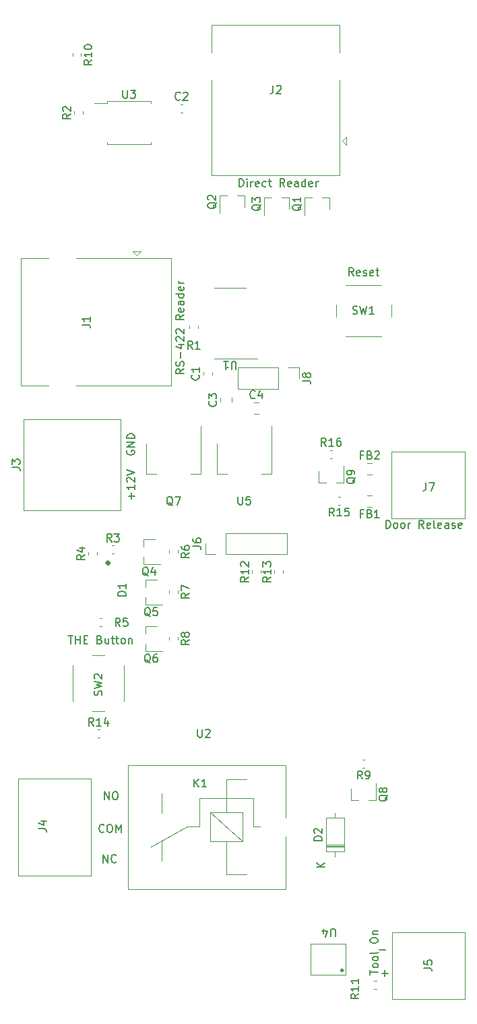
<source format=gto>
G04 #@! TF.GenerationSoftware,KiCad,Pcbnew,(5.1.10-1-10_14)*
G04 #@! TF.CreationDate,2021-11-12T15:28:04+00:00*
G04 #@! TF.ProjectId,New-New-ACNode-Shield,4e65772d-4e65-4772-9d41-434e6f64652d,rev?*
G04 #@! TF.SameCoordinates,Original*
G04 #@! TF.FileFunction,Legend,Top*
G04 #@! TF.FilePolarity,Positive*
%FSLAX46Y46*%
G04 Gerber Fmt 4.6, Leading zero omitted, Abs format (unit mm)*
G04 Created by KiCad (PCBNEW (5.1.10-1-10_14)) date 2021-11-12 15:28:04*
%MOMM*%
%LPD*%
G01*
G04 APERTURE LIST*
%ADD10C,0.150000*%
%ADD11C,0.120000*%
%ADD12C,0.300000*%
%ADD13C,0.500000*%
%ADD14O,1.800000X1.800000*%
%ADD15C,2.100000*%
%ADD16C,2.000000*%
%ADD17C,1.624000*%
%ADD18C,3.100000*%
%ADD19C,2.600000*%
%ADD20C,2.640000*%
%ADD21C,1.600000*%
%ADD22C,3.350000*%
%ADD23O,1.700000X1.700000*%
G04 APERTURE END LIST*
D10*
X168938095Y-107552380D02*
X168938095Y-106552380D01*
X169176190Y-106552380D01*
X169319047Y-106600000D01*
X169414285Y-106695238D01*
X169461904Y-106790476D01*
X169509523Y-106980952D01*
X169509523Y-107123809D01*
X169461904Y-107314285D01*
X169414285Y-107409523D01*
X169319047Y-107504761D01*
X169176190Y-107552380D01*
X168938095Y-107552380D01*
X170080952Y-107552380D02*
X169985714Y-107504761D01*
X169938095Y-107457142D01*
X169890476Y-107361904D01*
X169890476Y-107076190D01*
X169938095Y-106980952D01*
X169985714Y-106933333D01*
X170080952Y-106885714D01*
X170223809Y-106885714D01*
X170319047Y-106933333D01*
X170366666Y-106980952D01*
X170414285Y-107076190D01*
X170414285Y-107361904D01*
X170366666Y-107457142D01*
X170319047Y-107504761D01*
X170223809Y-107552380D01*
X170080952Y-107552380D01*
X170985714Y-107552380D02*
X170890476Y-107504761D01*
X170842857Y-107457142D01*
X170795238Y-107361904D01*
X170795238Y-107076190D01*
X170842857Y-106980952D01*
X170890476Y-106933333D01*
X170985714Y-106885714D01*
X171128571Y-106885714D01*
X171223809Y-106933333D01*
X171271428Y-106980952D01*
X171319047Y-107076190D01*
X171319047Y-107361904D01*
X171271428Y-107457142D01*
X171223809Y-107504761D01*
X171128571Y-107552380D01*
X170985714Y-107552380D01*
X171747619Y-107552380D02*
X171747619Y-106885714D01*
X171747619Y-107076190D02*
X171795238Y-106980952D01*
X171842857Y-106933333D01*
X171938095Y-106885714D01*
X172033333Y-106885714D01*
X173700000Y-107552380D02*
X173366666Y-107076190D01*
X173128571Y-107552380D02*
X173128571Y-106552380D01*
X173509523Y-106552380D01*
X173604761Y-106600000D01*
X173652380Y-106647619D01*
X173700000Y-106742857D01*
X173700000Y-106885714D01*
X173652380Y-106980952D01*
X173604761Y-107028571D01*
X173509523Y-107076190D01*
X173128571Y-107076190D01*
X174509523Y-107504761D02*
X174414285Y-107552380D01*
X174223809Y-107552380D01*
X174128571Y-107504761D01*
X174080952Y-107409523D01*
X174080952Y-107028571D01*
X174128571Y-106933333D01*
X174223809Y-106885714D01*
X174414285Y-106885714D01*
X174509523Y-106933333D01*
X174557142Y-107028571D01*
X174557142Y-107123809D01*
X174080952Y-107219047D01*
X175128571Y-107552380D02*
X175033333Y-107504761D01*
X174985714Y-107409523D01*
X174985714Y-106552380D01*
X175890476Y-107504761D02*
X175795238Y-107552380D01*
X175604761Y-107552380D01*
X175509523Y-107504761D01*
X175461904Y-107409523D01*
X175461904Y-107028571D01*
X175509523Y-106933333D01*
X175604761Y-106885714D01*
X175795238Y-106885714D01*
X175890476Y-106933333D01*
X175938095Y-107028571D01*
X175938095Y-107123809D01*
X175461904Y-107219047D01*
X176795238Y-107552380D02*
X176795238Y-107028571D01*
X176747619Y-106933333D01*
X176652380Y-106885714D01*
X176461904Y-106885714D01*
X176366666Y-106933333D01*
X176795238Y-107504761D02*
X176700000Y-107552380D01*
X176461904Y-107552380D01*
X176366666Y-107504761D01*
X176319047Y-107409523D01*
X176319047Y-107314285D01*
X176366666Y-107219047D01*
X176461904Y-107171428D01*
X176700000Y-107171428D01*
X176795238Y-107123809D01*
X177223809Y-107504761D02*
X177319047Y-107552380D01*
X177509523Y-107552380D01*
X177604761Y-107504761D01*
X177652380Y-107409523D01*
X177652380Y-107361904D01*
X177604761Y-107266666D01*
X177509523Y-107219047D01*
X177366666Y-107219047D01*
X177271428Y-107171428D01*
X177223809Y-107076190D01*
X177223809Y-107028571D01*
X177271428Y-106933333D01*
X177366666Y-106885714D01*
X177509523Y-106885714D01*
X177604761Y-106933333D01*
X178461904Y-107504761D02*
X178366666Y-107552380D01*
X178176190Y-107552380D01*
X178080952Y-107504761D01*
X178033333Y-107409523D01*
X178033333Y-107028571D01*
X178080952Y-106933333D01*
X178176190Y-106885714D01*
X178366666Y-106885714D01*
X178461904Y-106933333D01*
X178509523Y-107028571D01*
X178509523Y-107123809D01*
X178033333Y-107219047D01*
X143552380Y-87566666D02*
X143076190Y-87900000D01*
X143552380Y-88138095D02*
X142552380Y-88138095D01*
X142552380Y-87757142D01*
X142600000Y-87661904D01*
X142647619Y-87614285D01*
X142742857Y-87566666D01*
X142885714Y-87566666D01*
X142980952Y-87614285D01*
X143028571Y-87661904D01*
X143076190Y-87757142D01*
X143076190Y-88138095D01*
X143504761Y-87185714D02*
X143552380Y-87042857D01*
X143552380Y-86804761D01*
X143504761Y-86709523D01*
X143457142Y-86661904D01*
X143361904Y-86614285D01*
X143266666Y-86614285D01*
X143171428Y-86661904D01*
X143123809Y-86709523D01*
X143076190Y-86804761D01*
X143028571Y-86995238D01*
X142980952Y-87090476D01*
X142933333Y-87138095D01*
X142838095Y-87185714D01*
X142742857Y-87185714D01*
X142647619Y-87138095D01*
X142600000Y-87090476D01*
X142552380Y-86995238D01*
X142552380Y-86757142D01*
X142600000Y-86614285D01*
X143171428Y-86185714D02*
X143171428Y-85423809D01*
X142885714Y-84519047D02*
X143552380Y-84519047D01*
X142504761Y-84757142D02*
X143219047Y-84995238D01*
X143219047Y-84376190D01*
X142647619Y-84042857D02*
X142600000Y-83995238D01*
X142552380Y-83900000D01*
X142552380Y-83661904D01*
X142600000Y-83566666D01*
X142647619Y-83519047D01*
X142742857Y-83471428D01*
X142838095Y-83471428D01*
X142980952Y-83519047D01*
X143552380Y-84090476D01*
X143552380Y-83471428D01*
X142647619Y-83090476D02*
X142600000Y-83042857D01*
X142552380Y-82947619D01*
X142552380Y-82709523D01*
X142600000Y-82614285D01*
X142647619Y-82566666D01*
X142742857Y-82519047D01*
X142838095Y-82519047D01*
X142980952Y-82566666D01*
X143552380Y-83138095D01*
X143552380Y-82519047D01*
X143552380Y-80757142D02*
X143076190Y-81090476D01*
X143552380Y-81328571D02*
X142552380Y-81328571D01*
X142552380Y-80947619D01*
X142600000Y-80852380D01*
X142647619Y-80804761D01*
X142742857Y-80757142D01*
X142885714Y-80757142D01*
X142980952Y-80804761D01*
X143028571Y-80852380D01*
X143076190Y-80947619D01*
X143076190Y-81328571D01*
X143504761Y-79947619D02*
X143552380Y-80042857D01*
X143552380Y-80233333D01*
X143504761Y-80328571D01*
X143409523Y-80376190D01*
X143028571Y-80376190D01*
X142933333Y-80328571D01*
X142885714Y-80233333D01*
X142885714Y-80042857D01*
X142933333Y-79947619D01*
X143028571Y-79900000D01*
X143123809Y-79900000D01*
X143219047Y-80376190D01*
X143552380Y-79042857D02*
X143028571Y-79042857D01*
X142933333Y-79090476D01*
X142885714Y-79185714D01*
X142885714Y-79376190D01*
X142933333Y-79471428D01*
X143504761Y-79042857D02*
X143552380Y-79138095D01*
X143552380Y-79376190D01*
X143504761Y-79471428D01*
X143409523Y-79519047D01*
X143314285Y-79519047D01*
X143219047Y-79471428D01*
X143171428Y-79376190D01*
X143171428Y-79138095D01*
X143123809Y-79042857D01*
X143552380Y-78138095D02*
X142552380Y-78138095D01*
X143504761Y-78138095D02*
X143552380Y-78233333D01*
X143552380Y-78423809D01*
X143504761Y-78519047D01*
X143457142Y-78566666D01*
X143361904Y-78614285D01*
X143076190Y-78614285D01*
X142980952Y-78566666D01*
X142933333Y-78519047D01*
X142885714Y-78423809D01*
X142885714Y-78233333D01*
X142933333Y-78138095D01*
X143504761Y-77280952D02*
X143552380Y-77376190D01*
X143552380Y-77566666D01*
X143504761Y-77661904D01*
X143409523Y-77709523D01*
X143028571Y-77709523D01*
X142933333Y-77661904D01*
X142885714Y-77566666D01*
X142885714Y-77376190D01*
X142933333Y-77280952D01*
X143028571Y-77233333D01*
X143123809Y-77233333D01*
X143219047Y-77709523D01*
X143552380Y-76804761D02*
X142885714Y-76804761D01*
X143076190Y-76804761D02*
X142980952Y-76757142D01*
X142933333Y-76709523D01*
X142885714Y-76614285D01*
X142885714Y-76519047D01*
X150495238Y-64652380D02*
X150495238Y-63652380D01*
X150733333Y-63652380D01*
X150876190Y-63700000D01*
X150971428Y-63795238D01*
X151019047Y-63890476D01*
X151066666Y-64080952D01*
X151066666Y-64223809D01*
X151019047Y-64414285D01*
X150971428Y-64509523D01*
X150876190Y-64604761D01*
X150733333Y-64652380D01*
X150495238Y-64652380D01*
X151495238Y-64652380D02*
X151495238Y-63985714D01*
X151495238Y-63652380D02*
X151447619Y-63700000D01*
X151495238Y-63747619D01*
X151542857Y-63700000D01*
X151495238Y-63652380D01*
X151495238Y-63747619D01*
X151971428Y-64652380D02*
X151971428Y-63985714D01*
X151971428Y-64176190D02*
X152019047Y-64080952D01*
X152066666Y-64033333D01*
X152161904Y-63985714D01*
X152257142Y-63985714D01*
X152971428Y-64604761D02*
X152876190Y-64652380D01*
X152685714Y-64652380D01*
X152590476Y-64604761D01*
X152542857Y-64509523D01*
X152542857Y-64128571D01*
X152590476Y-64033333D01*
X152685714Y-63985714D01*
X152876190Y-63985714D01*
X152971428Y-64033333D01*
X153019047Y-64128571D01*
X153019047Y-64223809D01*
X152542857Y-64319047D01*
X153876190Y-64604761D02*
X153780952Y-64652380D01*
X153590476Y-64652380D01*
X153495238Y-64604761D01*
X153447619Y-64557142D01*
X153400000Y-64461904D01*
X153400000Y-64176190D01*
X153447619Y-64080952D01*
X153495238Y-64033333D01*
X153590476Y-63985714D01*
X153780952Y-63985714D01*
X153876190Y-64033333D01*
X154161904Y-63985714D02*
X154542857Y-63985714D01*
X154304761Y-63652380D02*
X154304761Y-64509523D01*
X154352380Y-64604761D01*
X154447619Y-64652380D01*
X154542857Y-64652380D01*
X156209523Y-64652380D02*
X155876190Y-64176190D01*
X155638095Y-64652380D02*
X155638095Y-63652380D01*
X156019047Y-63652380D01*
X156114285Y-63700000D01*
X156161904Y-63747619D01*
X156209523Y-63842857D01*
X156209523Y-63985714D01*
X156161904Y-64080952D01*
X156114285Y-64128571D01*
X156019047Y-64176190D01*
X155638095Y-64176190D01*
X157019047Y-64604761D02*
X156923809Y-64652380D01*
X156733333Y-64652380D01*
X156638095Y-64604761D01*
X156590476Y-64509523D01*
X156590476Y-64128571D01*
X156638095Y-64033333D01*
X156733333Y-63985714D01*
X156923809Y-63985714D01*
X157019047Y-64033333D01*
X157066666Y-64128571D01*
X157066666Y-64223809D01*
X156590476Y-64319047D01*
X157923809Y-64652380D02*
X157923809Y-64128571D01*
X157876190Y-64033333D01*
X157780952Y-63985714D01*
X157590476Y-63985714D01*
X157495238Y-64033333D01*
X157923809Y-64604761D02*
X157828571Y-64652380D01*
X157590476Y-64652380D01*
X157495238Y-64604761D01*
X157447619Y-64509523D01*
X157447619Y-64414285D01*
X157495238Y-64319047D01*
X157590476Y-64271428D01*
X157828571Y-64271428D01*
X157923809Y-64223809D01*
X158828571Y-64652380D02*
X158828571Y-63652380D01*
X158828571Y-64604761D02*
X158733333Y-64652380D01*
X158542857Y-64652380D01*
X158447619Y-64604761D01*
X158400000Y-64557142D01*
X158352380Y-64461904D01*
X158352380Y-64176190D01*
X158400000Y-64080952D01*
X158447619Y-64033333D01*
X158542857Y-63985714D01*
X158733333Y-63985714D01*
X158828571Y-64033333D01*
X159685714Y-64604761D02*
X159590476Y-64652380D01*
X159400000Y-64652380D01*
X159304761Y-64604761D01*
X159257142Y-64509523D01*
X159257142Y-64128571D01*
X159304761Y-64033333D01*
X159400000Y-63985714D01*
X159590476Y-63985714D01*
X159685714Y-64033333D01*
X159733333Y-64128571D01*
X159733333Y-64223809D01*
X159257142Y-64319047D01*
X160161904Y-64652380D02*
X160161904Y-63985714D01*
X160161904Y-64176190D02*
X160209523Y-64080952D01*
X160257142Y-64033333D01*
X160352380Y-63985714D01*
X160447619Y-63985714D01*
X164861904Y-75852380D02*
X164528571Y-75376190D01*
X164290476Y-75852380D02*
X164290476Y-74852380D01*
X164671428Y-74852380D01*
X164766666Y-74900000D01*
X164814285Y-74947619D01*
X164861904Y-75042857D01*
X164861904Y-75185714D01*
X164814285Y-75280952D01*
X164766666Y-75328571D01*
X164671428Y-75376190D01*
X164290476Y-75376190D01*
X165671428Y-75804761D02*
X165576190Y-75852380D01*
X165385714Y-75852380D01*
X165290476Y-75804761D01*
X165242857Y-75709523D01*
X165242857Y-75328571D01*
X165290476Y-75233333D01*
X165385714Y-75185714D01*
X165576190Y-75185714D01*
X165671428Y-75233333D01*
X165719047Y-75328571D01*
X165719047Y-75423809D01*
X165242857Y-75519047D01*
X166100000Y-75804761D02*
X166195238Y-75852380D01*
X166385714Y-75852380D01*
X166480952Y-75804761D01*
X166528571Y-75709523D01*
X166528571Y-75661904D01*
X166480952Y-75566666D01*
X166385714Y-75519047D01*
X166242857Y-75519047D01*
X166147619Y-75471428D01*
X166100000Y-75376190D01*
X166100000Y-75328571D01*
X166147619Y-75233333D01*
X166242857Y-75185714D01*
X166385714Y-75185714D01*
X166480952Y-75233333D01*
X167338095Y-75804761D02*
X167242857Y-75852380D01*
X167052380Y-75852380D01*
X166957142Y-75804761D01*
X166909523Y-75709523D01*
X166909523Y-75328571D01*
X166957142Y-75233333D01*
X167052380Y-75185714D01*
X167242857Y-75185714D01*
X167338095Y-75233333D01*
X167385714Y-75328571D01*
X167385714Y-75423809D01*
X166909523Y-75519047D01*
X167671428Y-75185714D02*
X168052380Y-75185714D01*
X167814285Y-74852380D02*
X167814285Y-75709523D01*
X167861904Y-75804761D01*
X167957142Y-75852380D01*
X168052380Y-75852380D01*
X129028571Y-121052380D02*
X129600000Y-121052380D01*
X129314285Y-122052380D02*
X129314285Y-121052380D01*
X129933333Y-122052380D02*
X129933333Y-121052380D01*
X129933333Y-121528571D02*
X130504761Y-121528571D01*
X130504761Y-122052380D02*
X130504761Y-121052380D01*
X130980952Y-121528571D02*
X131314285Y-121528571D01*
X131457142Y-122052380D02*
X130980952Y-122052380D01*
X130980952Y-121052380D01*
X131457142Y-121052380D01*
X132980952Y-121528571D02*
X133123809Y-121576190D01*
X133171428Y-121623809D01*
X133219047Y-121719047D01*
X133219047Y-121861904D01*
X133171428Y-121957142D01*
X133123809Y-122004761D01*
X133028571Y-122052380D01*
X132647619Y-122052380D01*
X132647619Y-121052380D01*
X132980952Y-121052380D01*
X133076190Y-121100000D01*
X133123809Y-121147619D01*
X133171428Y-121242857D01*
X133171428Y-121338095D01*
X133123809Y-121433333D01*
X133076190Y-121480952D01*
X132980952Y-121528571D01*
X132647619Y-121528571D01*
X134076190Y-121385714D02*
X134076190Y-122052380D01*
X133647619Y-121385714D02*
X133647619Y-121909523D01*
X133695238Y-122004761D01*
X133790476Y-122052380D01*
X133933333Y-122052380D01*
X134028571Y-122004761D01*
X134076190Y-121957142D01*
X134409523Y-121385714D02*
X134790476Y-121385714D01*
X134552380Y-121052380D02*
X134552380Y-121909523D01*
X134600000Y-122004761D01*
X134695238Y-122052380D01*
X134790476Y-122052380D01*
X134980952Y-121385714D02*
X135361904Y-121385714D01*
X135123809Y-121052380D02*
X135123809Y-121909523D01*
X135171428Y-122004761D01*
X135266666Y-122052380D01*
X135361904Y-122052380D01*
X135838095Y-122052380D02*
X135742857Y-122004761D01*
X135695238Y-121957142D01*
X135647619Y-121861904D01*
X135647619Y-121576190D01*
X135695238Y-121480952D01*
X135742857Y-121433333D01*
X135838095Y-121385714D01*
X135980952Y-121385714D01*
X136076190Y-121433333D01*
X136123809Y-121480952D01*
X136171428Y-121576190D01*
X136171428Y-121861904D01*
X136123809Y-121957142D01*
X136076190Y-122004761D01*
X135980952Y-122052380D01*
X135838095Y-122052380D01*
X136600000Y-121385714D02*
X136600000Y-122052380D01*
X136600000Y-121480952D02*
X136647619Y-121433333D01*
X136742857Y-121385714D01*
X136885714Y-121385714D01*
X136980952Y-121433333D01*
X137028571Y-121528571D01*
X137028571Y-122052380D01*
X166952380Y-163609523D02*
X166952380Y-163038095D01*
X167952380Y-163323809D02*
X166952380Y-163323809D01*
X167952380Y-162561904D02*
X167904761Y-162657142D01*
X167857142Y-162704761D01*
X167761904Y-162752380D01*
X167476190Y-162752380D01*
X167380952Y-162704761D01*
X167333333Y-162657142D01*
X167285714Y-162561904D01*
X167285714Y-162419047D01*
X167333333Y-162323809D01*
X167380952Y-162276190D01*
X167476190Y-162228571D01*
X167761904Y-162228571D01*
X167857142Y-162276190D01*
X167904761Y-162323809D01*
X167952380Y-162419047D01*
X167952380Y-162561904D01*
X167952380Y-161657142D02*
X167904761Y-161752380D01*
X167857142Y-161800000D01*
X167761904Y-161847619D01*
X167476190Y-161847619D01*
X167380952Y-161800000D01*
X167333333Y-161752380D01*
X167285714Y-161657142D01*
X167285714Y-161514285D01*
X167333333Y-161419047D01*
X167380952Y-161371428D01*
X167476190Y-161323809D01*
X167761904Y-161323809D01*
X167857142Y-161371428D01*
X167904761Y-161419047D01*
X167952380Y-161514285D01*
X167952380Y-161657142D01*
X167952380Y-160752380D02*
X167904761Y-160847619D01*
X167809523Y-160895238D01*
X166952380Y-160895238D01*
X166952380Y-159419047D02*
X166952380Y-159228571D01*
X167000000Y-159133333D01*
X167095238Y-159038095D01*
X167285714Y-158990476D01*
X167619047Y-158990476D01*
X167809523Y-159038095D01*
X167904761Y-159133333D01*
X167952380Y-159228571D01*
X167952380Y-159419047D01*
X167904761Y-159514285D01*
X167809523Y-159609523D01*
X167619047Y-159657142D01*
X167285714Y-159657142D01*
X167095238Y-159609523D01*
X167000000Y-159514285D01*
X166952380Y-159419047D01*
X167285714Y-158561904D02*
X167952380Y-158561904D01*
X167380952Y-158561904D02*
X167333333Y-158514285D01*
X167285714Y-158419047D01*
X167285714Y-158276190D01*
X167333333Y-158180952D01*
X167428571Y-158133333D01*
X167952380Y-158133333D01*
X168119047Y-160471428D02*
X168880952Y-160471428D01*
X168419047Y-163471428D02*
X169180952Y-163471428D01*
X168800000Y-163852380D02*
X168800000Y-163090476D01*
X133414285Y-149552380D02*
X133414285Y-148552380D01*
X133985714Y-149552380D01*
X133985714Y-148552380D01*
X135033333Y-149457142D02*
X134985714Y-149504761D01*
X134842857Y-149552380D01*
X134747619Y-149552380D01*
X134604761Y-149504761D01*
X134509523Y-149409523D01*
X134461904Y-149314285D01*
X134414285Y-149123809D01*
X134414285Y-148980952D01*
X134461904Y-148790476D01*
X134509523Y-148695238D01*
X134604761Y-148600000D01*
X134747619Y-148552380D01*
X134842857Y-148552380D01*
X134985714Y-148600000D01*
X135033333Y-148647619D01*
X133514285Y-145657142D02*
X133466666Y-145704761D01*
X133323809Y-145752380D01*
X133228571Y-145752380D01*
X133085714Y-145704761D01*
X132990476Y-145609523D01*
X132942857Y-145514285D01*
X132895238Y-145323809D01*
X132895238Y-145180952D01*
X132942857Y-144990476D01*
X132990476Y-144895238D01*
X133085714Y-144800000D01*
X133228571Y-144752380D01*
X133323809Y-144752380D01*
X133466666Y-144800000D01*
X133514285Y-144847619D01*
X134133333Y-144752380D02*
X134323809Y-144752380D01*
X134419047Y-144800000D01*
X134514285Y-144895238D01*
X134561904Y-145085714D01*
X134561904Y-145419047D01*
X134514285Y-145609523D01*
X134419047Y-145704761D01*
X134323809Y-145752380D01*
X134133333Y-145752380D01*
X134038095Y-145704761D01*
X133942857Y-145609523D01*
X133895238Y-145419047D01*
X133895238Y-145085714D01*
X133942857Y-144895238D01*
X134038095Y-144800000D01*
X134133333Y-144752380D01*
X134990476Y-145752380D02*
X134990476Y-144752380D01*
X135323809Y-145466666D01*
X135657142Y-144752380D01*
X135657142Y-145752380D01*
X133590476Y-141652380D02*
X133590476Y-140652380D01*
X134161904Y-141652380D01*
X134161904Y-140652380D01*
X134828571Y-140652380D02*
X135019047Y-140652380D01*
X135114285Y-140700000D01*
X135209523Y-140795238D01*
X135257142Y-140985714D01*
X135257142Y-141319047D01*
X135209523Y-141509523D01*
X135114285Y-141604761D01*
X135019047Y-141652380D01*
X134828571Y-141652380D01*
X134733333Y-141604761D01*
X134638095Y-141509523D01*
X134590476Y-141319047D01*
X134590476Y-140985714D01*
X134638095Y-140795238D01*
X134733333Y-140700000D01*
X134828571Y-140652380D01*
X136977428Y-103869904D02*
X136977428Y-103108000D01*
X137358380Y-103488952D02*
X136596476Y-103488952D01*
X137358380Y-102108000D02*
X137358380Y-102679428D01*
X137358380Y-102393714D02*
X136358380Y-102393714D01*
X136501238Y-102488952D01*
X136596476Y-102584190D01*
X136644095Y-102679428D01*
X136453619Y-101727047D02*
X136406000Y-101679428D01*
X136358380Y-101584190D01*
X136358380Y-101346095D01*
X136406000Y-101250857D01*
X136453619Y-101203238D01*
X136548857Y-101155619D01*
X136644095Y-101155619D01*
X136786952Y-101203238D01*
X137358380Y-101774666D01*
X137358380Y-101155619D01*
X136358380Y-100869904D02*
X137358380Y-100536571D01*
X136358380Y-100203238D01*
X136406000Y-97789904D02*
X136358380Y-97885142D01*
X136358380Y-98028000D01*
X136406000Y-98170857D01*
X136501238Y-98266095D01*
X136596476Y-98313714D01*
X136786952Y-98361333D01*
X136929809Y-98361333D01*
X137120285Y-98313714D01*
X137215523Y-98266095D01*
X137310761Y-98170857D01*
X137358380Y-98028000D01*
X137358380Y-97932761D01*
X137310761Y-97789904D01*
X137263142Y-97742285D01*
X136929809Y-97742285D01*
X136929809Y-97932761D01*
X137358380Y-97313714D02*
X136358380Y-97313714D01*
X137358380Y-96742285D01*
X136358380Y-96742285D01*
X137358380Y-96266095D02*
X136358380Y-96266095D01*
X136358380Y-96028000D01*
X136406000Y-95885142D01*
X136501238Y-95789904D01*
X136596476Y-95742285D01*
X136786952Y-95694666D01*
X136929809Y-95694666D01*
X137120285Y-95742285D01*
X137215523Y-95789904D01*
X137310761Y-95885142D01*
X137358380Y-96028000D01*
X137358380Y-96266095D01*
D11*
X158030000Y-87370000D02*
X158030000Y-88700000D01*
X156700000Y-87370000D02*
X158030000Y-87370000D01*
X155430000Y-87370000D02*
X155430000Y-90030000D01*
X155430000Y-90030000D02*
X150290000Y-90030000D01*
X155430000Y-87370000D02*
X150290000Y-87370000D01*
X150290000Y-87370000D02*
X150290000Y-90030000D01*
X131900000Y-138990000D02*
X131900000Y-151210000D01*
X131900000Y-151210000D02*
X122700000Y-151210000D01*
X122700000Y-151210000D02*
X122700000Y-138990000D01*
X122700000Y-138990000D02*
X131900000Y-138990000D01*
X169700000Y-166700000D02*
X169700000Y-158300000D01*
X169700000Y-158300000D02*
X178900000Y-158300000D01*
X178900000Y-158300000D02*
X178900000Y-166700000D01*
X178900000Y-166700000D02*
X169700000Y-166700000D01*
X169644000Y-106308000D02*
X169644000Y-97908000D01*
X169644000Y-97908000D02*
X178844000Y-97908000D01*
X178844000Y-97908000D02*
X178844000Y-106308000D01*
X178844000Y-106308000D02*
X169644000Y-106308000D01*
X146890000Y-143250000D02*
X150890000Y-143250000D01*
X146890000Y-146850000D02*
X146890000Y-143250000D01*
X150890000Y-146850000D02*
X146890000Y-146850000D01*
X150890000Y-143250000D02*
X150890000Y-146850000D01*
X146890000Y-143250000D02*
X150890000Y-146850000D01*
X148890000Y-143250000D02*
X148890000Y-139050000D01*
X148890000Y-151050000D02*
X148890000Y-146850000D01*
X152290000Y-145050000D02*
X152290000Y-141450000D01*
X145490000Y-145050000D02*
X145490000Y-141450000D01*
X145490000Y-141450000D02*
X152290000Y-141450000D01*
X143990000Y-145050000D02*
X139390000Y-147550000D01*
X145490000Y-145050000D02*
X143990000Y-145050000D01*
X148890000Y-151050000D02*
X151390000Y-151050000D01*
X152290000Y-145050000D02*
X153090000Y-145050000D01*
X151390000Y-139050000D02*
X148890000Y-139050000D01*
X140790000Y-149300000D02*
X140790000Y-146800000D01*
X140790000Y-140900000D02*
X140790000Y-143350000D01*
X136540000Y-137300000D02*
X156340000Y-137300000D01*
X136540000Y-152900000D02*
X136540000Y-137300000D01*
X156340000Y-152900000D02*
X136540000Y-152900000D01*
X156340000Y-152900000D02*
X156340000Y-146300000D01*
X156340000Y-143900000D02*
X156340000Y-137300000D01*
X154540000Y-94706000D02*
X154540000Y-100716000D01*
X147720000Y-96956000D02*
X147720000Y-100716000D01*
X154540000Y-100716000D02*
X153280000Y-100716000D01*
X147720000Y-100716000D02*
X148980000Y-100716000D01*
X163900000Y-163625000D02*
X159500000Y-163625000D01*
X159500000Y-163625000D02*
X159500000Y-159775000D01*
X159500000Y-159775000D02*
X163900000Y-159775000D01*
X163900000Y-159775000D02*
X163900000Y-163625000D01*
D12*
X163515139Y-163075000D02*
G75*
G03*
X163515139Y-163075000I-90139J0D01*
G01*
D11*
X133927000Y-54177000D02*
X132252000Y-54177000D01*
X133927000Y-53917000D02*
X133927000Y-54177000D01*
X136652000Y-53917000D02*
X133927000Y-53917000D01*
X139377000Y-53917000D02*
X139377000Y-54177000D01*
X136652000Y-53917000D02*
X139377000Y-53917000D01*
X133927000Y-59367000D02*
X133927000Y-59107000D01*
X136652000Y-59367000D02*
X133927000Y-59367000D01*
X139377000Y-59367000D02*
X139377000Y-59107000D01*
X136652000Y-59367000D02*
X139377000Y-59367000D01*
X149352000Y-86223000D02*
X152802000Y-86223000D01*
X149352000Y-86223000D02*
X147402000Y-86223000D01*
X149352000Y-77353000D02*
X151302000Y-77353000D01*
X149352000Y-77353000D02*
X147402000Y-77353000D01*
X133556000Y-123552000D02*
X132056000Y-123552000D01*
X129556000Y-124802000D02*
X129556000Y-129302000D01*
X132056000Y-130552000D02*
X133556000Y-130552000D01*
X136056000Y-129302000D02*
X136056000Y-124802000D01*
X169650000Y-81000000D02*
X169650000Y-79500000D01*
X168400000Y-77000000D02*
X163900000Y-77000000D01*
X162650000Y-79500000D02*
X162650000Y-81000000D01*
X163900000Y-83500000D02*
X168400000Y-83500000D01*
X162214779Y-97788000D02*
X161889221Y-97788000D01*
X162214779Y-98808000D02*
X161889221Y-98808000D01*
X163230779Y-103630000D02*
X162905221Y-103630000D01*
X163230779Y-104650000D02*
X162905221Y-104650000D01*
X132679221Y-133860000D02*
X133004779Y-133860000D01*
X132679221Y-132840000D02*
X133004779Y-132840000D01*
X155958000Y-113192779D02*
X155958000Y-112867221D01*
X154938000Y-113192779D02*
X154938000Y-112867221D01*
X153164000Y-113192779D02*
X153164000Y-112867221D01*
X152144000Y-113192779D02*
X152144000Y-112867221D01*
X167437221Y-165410000D02*
X167762779Y-165410000D01*
X167437221Y-164390000D02*
X167762779Y-164390000D01*
X129590000Y-47937221D02*
X129590000Y-48262779D01*
X130610000Y-47937221D02*
X130610000Y-48262779D01*
X166278779Y-136650000D02*
X165953221Y-136650000D01*
X166278779Y-137670000D02*
X165953221Y-137670000D01*
X142750000Y-121574779D02*
X142750000Y-121249221D01*
X141730000Y-121574779D02*
X141730000Y-121249221D01*
X142750000Y-115732779D02*
X142750000Y-115407221D01*
X141730000Y-115732779D02*
X141730000Y-115407221D01*
X142750000Y-110652779D02*
X142750000Y-110327221D01*
X141730000Y-110652779D02*
X141730000Y-110327221D01*
X132933221Y-119890000D02*
X133258779Y-119890000D01*
X132933221Y-118870000D02*
X133258779Y-118870000D01*
X132590000Y-110906779D02*
X132590000Y-110581221D01*
X131570000Y-110906779D02*
X131570000Y-110581221D01*
X134457221Y-110746000D02*
X134782779Y-110746000D01*
X134457221Y-109726000D02*
X134782779Y-109726000D01*
X130812000Y-55534779D02*
X130812000Y-55209221D01*
X129792000Y-55534779D02*
X129792000Y-55209221D01*
X144270000Y-82133221D02*
X144270000Y-82458779D01*
X145290000Y-82133221D02*
X145290000Y-82458779D01*
X160472000Y-101852000D02*
X160472000Y-100392000D01*
X163632000Y-101852000D02*
X163632000Y-99692000D01*
X163632000Y-101852000D02*
X162702000Y-101852000D01*
X160472000Y-101852000D02*
X161402000Y-101852000D01*
X164536000Y-141730000D02*
X164536000Y-140270000D01*
X167696000Y-141730000D02*
X167696000Y-139570000D01*
X167696000Y-141730000D02*
X166766000Y-141730000D01*
X164536000Y-141730000D02*
X165466000Y-141730000D01*
X145650000Y-94706000D02*
X145650000Y-100716000D01*
X138830000Y-96956000D02*
X138830000Y-100716000D01*
X145650000Y-100716000D02*
X144390000Y-100716000D01*
X138830000Y-100716000D02*
X140090000Y-100716000D01*
X138686000Y-119832000D02*
X140146000Y-119832000D01*
X138686000Y-122992000D02*
X140846000Y-122992000D01*
X138686000Y-122992000D02*
X138686000Y-122062000D01*
X138686000Y-119832000D02*
X138686000Y-120762000D01*
X138686000Y-113990000D02*
X140146000Y-113990000D01*
X138686000Y-117150000D02*
X140846000Y-117150000D01*
X138686000Y-117150000D02*
X138686000Y-116220000D01*
X138686000Y-113990000D02*
X138686000Y-114920000D01*
X138432000Y-108910000D02*
X139892000Y-108910000D01*
X138432000Y-112070000D02*
X140592000Y-112070000D01*
X138432000Y-112070000D02*
X138432000Y-111140000D01*
X138432000Y-108910000D02*
X138432000Y-109840000D01*
X156774000Y-66042000D02*
X156774000Y-67502000D01*
X153614000Y-66042000D02*
X153614000Y-68202000D01*
X153614000Y-66042000D02*
X154544000Y-66042000D01*
X156774000Y-66042000D02*
X155844000Y-66042000D01*
X151186000Y-65788000D02*
X151186000Y-67248000D01*
X148026000Y-65788000D02*
X148026000Y-67948000D01*
X148026000Y-65788000D02*
X148956000Y-65788000D01*
X151186000Y-65788000D02*
X150256000Y-65788000D01*
X161854000Y-66042000D02*
X161854000Y-67502000D01*
X158694000Y-66042000D02*
X158694000Y-68202000D01*
X158694000Y-66042000D02*
X159624000Y-66042000D01*
X161854000Y-66042000D02*
X160924000Y-66042000D01*
X146244000Y-110804000D02*
X146244000Y-109474000D01*
X147574000Y-110804000D02*
X146244000Y-110804000D01*
X148844000Y-110804000D02*
X148844000Y-108144000D01*
X148844000Y-108144000D02*
X156524000Y-108144000D01*
X148844000Y-110804000D02*
X156524000Y-110804000D01*
X156524000Y-110804000D02*
X156524000Y-108144000D01*
X135590000Y-93868000D02*
X135590000Y-105268000D01*
X135590000Y-105268000D02*
X123440000Y-105268000D01*
X123440000Y-105268000D02*
X123440000Y-93868000D01*
X123440000Y-93868000D02*
X135590000Y-93868000D01*
X163077000Y-47778000D02*
X163077000Y-44338000D01*
X163953000Y-58420000D02*
X163445000Y-58928000D01*
X163953000Y-59436000D02*
X163953000Y-58420000D01*
X163445000Y-58928000D02*
X163953000Y-59436000D01*
X147057000Y-47778000D02*
X147057000Y-44338000D01*
X147057000Y-44338000D02*
X163077000Y-44338000D01*
X163077000Y-63208000D02*
X163077000Y-51278000D01*
X147057000Y-63208000D02*
X163077000Y-63208000D01*
X147057000Y-63208000D02*
X147057000Y-51278000D01*
X126518000Y-73651000D02*
X123078000Y-73651000D01*
X137160000Y-72775000D02*
X137668000Y-73283000D01*
X138176000Y-72775000D02*
X137160000Y-72775000D01*
X137668000Y-73283000D02*
X138176000Y-72775000D01*
X126518000Y-89671000D02*
X123078000Y-89671000D01*
X123078000Y-89671000D02*
X123078000Y-73651000D01*
X141948000Y-73651000D02*
X130018000Y-73651000D01*
X141948000Y-89671000D02*
X141948000Y-73651000D01*
X141948000Y-89671000D02*
X130018000Y-89671000D01*
X166619422Y-100786000D02*
X167136578Y-100786000D01*
X166619422Y-99366000D02*
X167136578Y-99366000D01*
X167136578Y-103430000D02*
X166619422Y-103430000D01*
X167136578Y-104850000D02*
X166619422Y-104850000D01*
X161440000Y-147570000D02*
X163680000Y-147570000D01*
X161440000Y-147330000D02*
X163680000Y-147330000D01*
X161440000Y-147450000D02*
X163680000Y-147450000D01*
X162560000Y-143280000D02*
X162560000Y-143930000D01*
X162560000Y-148820000D02*
X162560000Y-148170000D01*
X161440000Y-143930000D02*
X161440000Y-148170000D01*
X163680000Y-143930000D02*
X161440000Y-143930000D01*
X163680000Y-148170000D02*
X163680000Y-143930000D01*
X161440000Y-148170000D02*
X163680000Y-148170000D01*
D13*
X134096000Y-111916000D02*
G75*
G03*
X134096000Y-111916000I-100000J0D01*
G01*
D11*
X152395422Y-93166000D02*
X152912578Y-93166000D01*
X152395422Y-91746000D02*
X152912578Y-91746000D01*
X149554000Y-91698578D02*
X149554000Y-91181422D01*
X148134000Y-91698578D02*
X148134000Y-91181422D01*
X143418779Y-54354000D02*
X143093221Y-54354000D01*
X143418779Y-55374000D02*
X143093221Y-55374000D01*
X146048000Y-87975221D02*
X146048000Y-88300779D01*
X147068000Y-87975221D02*
X147068000Y-88300779D01*
D10*
X158482380Y-89033333D02*
X159196666Y-89033333D01*
X159339523Y-89080952D01*
X159434761Y-89176190D01*
X159482380Y-89319047D01*
X159482380Y-89414285D01*
X158910952Y-88414285D02*
X158863333Y-88509523D01*
X158815714Y-88557142D01*
X158720476Y-88604761D01*
X158672857Y-88604761D01*
X158577619Y-88557142D01*
X158530000Y-88509523D01*
X158482380Y-88414285D01*
X158482380Y-88223809D01*
X158530000Y-88128571D01*
X158577619Y-88080952D01*
X158672857Y-88033333D01*
X158720476Y-88033333D01*
X158815714Y-88080952D01*
X158863333Y-88128571D01*
X158910952Y-88223809D01*
X158910952Y-88414285D01*
X158958571Y-88509523D01*
X159006190Y-88557142D01*
X159101428Y-88604761D01*
X159291904Y-88604761D01*
X159387142Y-88557142D01*
X159434761Y-88509523D01*
X159482380Y-88414285D01*
X159482380Y-88223809D01*
X159434761Y-88128571D01*
X159387142Y-88080952D01*
X159291904Y-88033333D01*
X159101428Y-88033333D01*
X159006190Y-88080952D01*
X158958571Y-88128571D01*
X158910952Y-88223809D01*
X125282380Y-145275333D02*
X125996666Y-145275333D01*
X126139523Y-145322952D01*
X126234761Y-145418190D01*
X126282380Y-145561047D01*
X126282380Y-145656285D01*
X125615714Y-144370571D02*
X126282380Y-144370571D01*
X125234761Y-144608666D02*
X125949047Y-144846761D01*
X125949047Y-144227714D01*
X173722380Y-162793333D02*
X174436666Y-162793333D01*
X174579523Y-162840952D01*
X174674761Y-162936190D01*
X174722380Y-163079047D01*
X174722380Y-163174285D01*
X173722380Y-161840952D02*
X173722380Y-162317142D01*
X174198571Y-162364761D01*
X174150952Y-162317142D01*
X174103333Y-162221904D01*
X174103333Y-161983809D01*
X174150952Y-161888571D01*
X174198571Y-161840952D01*
X174293809Y-161793333D01*
X174531904Y-161793333D01*
X174627142Y-161840952D01*
X174674761Y-161888571D01*
X174722380Y-161983809D01*
X174722380Y-162221904D01*
X174674761Y-162317142D01*
X174627142Y-162364761D01*
X173966666Y-101852380D02*
X173966666Y-102566666D01*
X173919047Y-102709523D01*
X173823809Y-102804761D01*
X173680952Y-102852380D01*
X173585714Y-102852380D01*
X174347619Y-101852380D02*
X175014285Y-101852380D01*
X174585714Y-102852380D01*
X145288095Y-132802380D02*
X145288095Y-133611904D01*
X145335714Y-133707142D01*
X145383333Y-133754761D01*
X145478571Y-133802380D01*
X145669047Y-133802380D01*
X145764285Y-133754761D01*
X145811904Y-133707142D01*
X145859523Y-133611904D01*
X145859523Y-132802380D01*
X146288095Y-132897619D02*
X146335714Y-132850000D01*
X146430952Y-132802380D01*
X146669047Y-132802380D01*
X146764285Y-132850000D01*
X146811904Y-132897619D01*
X146859523Y-132992857D01*
X146859523Y-133088095D01*
X146811904Y-133230952D01*
X146240476Y-133802380D01*
X146859523Y-133802380D01*
X144861904Y-140052380D02*
X144861904Y-139052380D01*
X145433333Y-140052380D02*
X145004761Y-139480952D01*
X145433333Y-139052380D02*
X144861904Y-139623809D01*
X146385714Y-140052380D02*
X145814285Y-140052380D01*
X146100000Y-140052380D02*
X146100000Y-139052380D01*
X146004761Y-139195238D01*
X145909523Y-139290476D01*
X145814285Y-139338095D01*
X150368095Y-103592380D02*
X150368095Y-104401904D01*
X150415714Y-104497142D01*
X150463333Y-104544761D01*
X150558571Y-104592380D01*
X150749047Y-104592380D01*
X150844285Y-104544761D01*
X150891904Y-104497142D01*
X150939523Y-104401904D01*
X150939523Y-103592380D01*
X151891904Y-103592380D02*
X151415714Y-103592380D01*
X151368095Y-104068571D01*
X151415714Y-104020952D01*
X151510952Y-103973333D01*
X151749047Y-103973333D01*
X151844285Y-104020952D01*
X151891904Y-104068571D01*
X151939523Y-104163809D01*
X151939523Y-104401904D01*
X151891904Y-104497142D01*
X151844285Y-104544761D01*
X151749047Y-104592380D01*
X151510952Y-104592380D01*
X151415714Y-104544761D01*
X151368095Y-104497142D01*
X162561904Y-158847619D02*
X162561904Y-158038095D01*
X162514285Y-157942857D01*
X162466666Y-157895238D01*
X162371428Y-157847619D01*
X162180952Y-157847619D01*
X162085714Y-157895238D01*
X162038095Y-157942857D01*
X161990476Y-158038095D01*
X161990476Y-158847619D01*
X161085714Y-158514285D02*
X161085714Y-157847619D01*
X161323809Y-158895238D02*
X161561904Y-158180952D01*
X160942857Y-158180952D01*
X135890095Y-52534380D02*
X135890095Y-53343904D01*
X135937714Y-53439142D01*
X135985333Y-53486761D01*
X136080571Y-53534380D01*
X136271047Y-53534380D01*
X136366285Y-53486761D01*
X136413904Y-53439142D01*
X136461523Y-53343904D01*
X136461523Y-52534380D01*
X136842476Y-52534380D02*
X137461523Y-52534380D01*
X137128190Y-52915333D01*
X137271047Y-52915333D01*
X137366285Y-52962952D01*
X137413904Y-53010571D01*
X137461523Y-53105809D01*
X137461523Y-53343904D01*
X137413904Y-53439142D01*
X137366285Y-53486761D01*
X137271047Y-53534380D01*
X136985333Y-53534380D01*
X136890095Y-53486761D01*
X136842476Y-53439142D01*
X150113904Y-87615619D02*
X150113904Y-86806095D01*
X150066285Y-86710857D01*
X150018666Y-86663238D01*
X149923428Y-86615619D01*
X149732952Y-86615619D01*
X149637714Y-86663238D01*
X149590095Y-86710857D01*
X149542476Y-86806095D01*
X149542476Y-87615619D01*
X148542476Y-86615619D02*
X149113904Y-86615619D01*
X148828190Y-86615619D02*
X148828190Y-87615619D01*
X148923428Y-87472761D01*
X149018666Y-87377523D01*
X149113904Y-87329904D01*
X133204761Y-128533333D02*
X133252380Y-128390476D01*
X133252380Y-128152380D01*
X133204761Y-128057142D01*
X133157142Y-128009523D01*
X133061904Y-127961904D01*
X132966666Y-127961904D01*
X132871428Y-128009523D01*
X132823809Y-128057142D01*
X132776190Y-128152380D01*
X132728571Y-128342857D01*
X132680952Y-128438095D01*
X132633333Y-128485714D01*
X132538095Y-128533333D01*
X132442857Y-128533333D01*
X132347619Y-128485714D01*
X132300000Y-128438095D01*
X132252380Y-128342857D01*
X132252380Y-128104761D01*
X132300000Y-127961904D01*
X132252380Y-127628571D02*
X133252380Y-127390476D01*
X132538095Y-127200000D01*
X133252380Y-127009523D01*
X132252380Y-126771428D01*
X132347619Y-126438095D02*
X132300000Y-126390476D01*
X132252380Y-126295238D01*
X132252380Y-126057142D01*
X132300000Y-125961904D01*
X132347619Y-125914285D01*
X132442857Y-125866666D01*
X132538095Y-125866666D01*
X132680952Y-125914285D01*
X133252380Y-126485714D01*
X133252380Y-125866666D01*
X164766666Y-80604761D02*
X164909523Y-80652380D01*
X165147619Y-80652380D01*
X165242857Y-80604761D01*
X165290476Y-80557142D01*
X165338095Y-80461904D01*
X165338095Y-80366666D01*
X165290476Y-80271428D01*
X165242857Y-80223809D01*
X165147619Y-80176190D01*
X164957142Y-80128571D01*
X164861904Y-80080952D01*
X164814285Y-80033333D01*
X164766666Y-79938095D01*
X164766666Y-79842857D01*
X164814285Y-79747619D01*
X164861904Y-79700000D01*
X164957142Y-79652380D01*
X165195238Y-79652380D01*
X165338095Y-79700000D01*
X165671428Y-79652380D02*
X165909523Y-80652380D01*
X166100000Y-79938095D01*
X166290476Y-80652380D01*
X166528571Y-79652380D01*
X167433333Y-80652380D02*
X166861904Y-80652380D01*
X167147619Y-80652380D02*
X167147619Y-79652380D01*
X167052380Y-79795238D01*
X166957142Y-79890476D01*
X166861904Y-79938095D01*
X161409142Y-97226380D02*
X161075809Y-96750190D01*
X160837714Y-97226380D02*
X160837714Y-96226380D01*
X161218666Y-96226380D01*
X161313904Y-96274000D01*
X161361523Y-96321619D01*
X161409142Y-96416857D01*
X161409142Y-96559714D01*
X161361523Y-96654952D01*
X161313904Y-96702571D01*
X161218666Y-96750190D01*
X160837714Y-96750190D01*
X162361523Y-97226380D02*
X161790095Y-97226380D01*
X162075809Y-97226380D02*
X162075809Y-96226380D01*
X161980571Y-96369238D01*
X161885333Y-96464476D01*
X161790095Y-96512095D01*
X163218666Y-96226380D02*
X163028190Y-96226380D01*
X162932952Y-96274000D01*
X162885333Y-96321619D01*
X162790095Y-96464476D01*
X162742476Y-96654952D01*
X162742476Y-97035904D01*
X162790095Y-97131142D01*
X162837714Y-97178761D01*
X162932952Y-97226380D01*
X163123428Y-97226380D01*
X163218666Y-97178761D01*
X163266285Y-97131142D01*
X163313904Y-97035904D01*
X163313904Y-96797809D01*
X163266285Y-96702571D01*
X163218666Y-96654952D01*
X163123428Y-96607333D01*
X162932952Y-96607333D01*
X162837714Y-96654952D01*
X162790095Y-96702571D01*
X162742476Y-96797809D01*
X162425142Y-106022380D02*
X162091809Y-105546190D01*
X161853714Y-106022380D02*
X161853714Y-105022380D01*
X162234666Y-105022380D01*
X162329904Y-105070000D01*
X162377523Y-105117619D01*
X162425142Y-105212857D01*
X162425142Y-105355714D01*
X162377523Y-105450952D01*
X162329904Y-105498571D01*
X162234666Y-105546190D01*
X161853714Y-105546190D01*
X163377523Y-106022380D02*
X162806095Y-106022380D01*
X163091809Y-106022380D02*
X163091809Y-105022380D01*
X162996571Y-105165238D01*
X162901333Y-105260476D01*
X162806095Y-105308095D01*
X164282285Y-105022380D02*
X163806095Y-105022380D01*
X163758476Y-105498571D01*
X163806095Y-105450952D01*
X163901333Y-105403333D01*
X164139428Y-105403333D01*
X164234666Y-105450952D01*
X164282285Y-105498571D01*
X164329904Y-105593809D01*
X164329904Y-105831904D01*
X164282285Y-105927142D01*
X164234666Y-105974761D01*
X164139428Y-106022380D01*
X163901333Y-106022380D01*
X163806095Y-105974761D01*
X163758476Y-105927142D01*
X132199142Y-132372380D02*
X131865809Y-131896190D01*
X131627714Y-132372380D02*
X131627714Y-131372380D01*
X132008666Y-131372380D01*
X132103904Y-131420000D01*
X132151523Y-131467619D01*
X132199142Y-131562857D01*
X132199142Y-131705714D01*
X132151523Y-131800952D01*
X132103904Y-131848571D01*
X132008666Y-131896190D01*
X131627714Y-131896190D01*
X133151523Y-132372380D02*
X132580095Y-132372380D01*
X132865809Y-132372380D02*
X132865809Y-131372380D01*
X132770571Y-131515238D01*
X132675333Y-131610476D01*
X132580095Y-131658095D01*
X134008666Y-131705714D02*
X134008666Y-132372380D01*
X133770571Y-131324761D02*
X133532476Y-132039047D01*
X134151523Y-132039047D01*
X154470380Y-113672857D02*
X153994190Y-114006190D01*
X154470380Y-114244285D02*
X153470380Y-114244285D01*
X153470380Y-113863333D01*
X153518000Y-113768095D01*
X153565619Y-113720476D01*
X153660857Y-113672857D01*
X153803714Y-113672857D01*
X153898952Y-113720476D01*
X153946571Y-113768095D01*
X153994190Y-113863333D01*
X153994190Y-114244285D01*
X154470380Y-112720476D02*
X154470380Y-113291904D01*
X154470380Y-113006190D02*
X153470380Y-113006190D01*
X153613238Y-113101428D01*
X153708476Y-113196666D01*
X153756095Y-113291904D01*
X153470380Y-112387142D02*
X153470380Y-111768095D01*
X153851333Y-112101428D01*
X153851333Y-111958571D01*
X153898952Y-111863333D01*
X153946571Y-111815714D01*
X154041809Y-111768095D01*
X154279904Y-111768095D01*
X154375142Y-111815714D01*
X154422761Y-111863333D01*
X154470380Y-111958571D01*
X154470380Y-112244285D01*
X154422761Y-112339523D01*
X154375142Y-112387142D01*
X151676380Y-113672857D02*
X151200190Y-114006190D01*
X151676380Y-114244285D02*
X150676380Y-114244285D01*
X150676380Y-113863333D01*
X150724000Y-113768095D01*
X150771619Y-113720476D01*
X150866857Y-113672857D01*
X151009714Y-113672857D01*
X151104952Y-113720476D01*
X151152571Y-113768095D01*
X151200190Y-113863333D01*
X151200190Y-114244285D01*
X151676380Y-112720476D02*
X151676380Y-113291904D01*
X151676380Y-113006190D02*
X150676380Y-113006190D01*
X150819238Y-113101428D01*
X150914476Y-113196666D01*
X150962095Y-113291904D01*
X150771619Y-112339523D02*
X150724000Y-112291904D01*
X150676380Y-112196666D01*
X150676380Y-111958571D01*
X150724000Y-111863333D01*
X150771619Y-111815714D01*
X150866857Y-111768095D01*
X150962095Y-111768095D01*
X151104952Y-111815714D01*
X151676380Y-112387142D01*
X151676380Y-111768095D01*
X165512380Y-166050857D02*
X165036190Y-166384190D01*
X165512380Y-166622285D02*
X164512380Y-166622285D01*
X164512380Y-166241333D01*
X164560000Y-166146095D01*
X164607619Y-166098476D01*
X164702857Y-166050857D01*
X164845714Y-166050857D01*
X164940952Y-166098476D01*
X164988571Y-166146095D01*
X165036190Y-166241333D01*
X165036190Y-166622285D01*
X165512380Y-165098476D02*
X165512380Y-165669904D01*
X165512380Y-165384190D02*
X164512380Y-165384190D01*
X164655238Y-165479428D01*
X164750476Y-165574666D01*
X164798095Y-165669904D01*
X165512380Y-164146095D02*
X165512380Y-164717523D01*
X165512380Y-164431809D02*
X164512380Y-164431809D01*
X164655238Y-164527047D01*
X164750476Y-164622285D01*
X164798095Y-164717523D01*
X131982380Y-48742857D02*
X131506190Y-49076190D01*
X131982380Y-49314285D02*
X130982380Y-49314285D01*
X130982380Y-48933333D01*
X131030000Y-48838095D01*
X131077619Y-48790476D01*
X131172857Y-48742857D01*
X131315714Y-48742857D01*
X131410952Y-48790476D01*
X131458571Y-48838095D01*
X131506190Y-48933333D01*
X131506190Y-49314285D01*
X131982380Y-47790476D02*
X131982380Y-48361904D01*
X131982380Y-48076190D02*
X130982380Y-48076190D01*
X131125238Y-48171428D01*
X131220476Y-48266666D01*
X131268095Y-48361904D01*
X130982380Y-47171428D02*
X130982380Y-47076190D01*
X131030000Y-46980952D01*
X131077619Y-46933333D01*
X131172857Y-46885714D01*
X131363333Y-46838095D01*
X131601428Y-46838095D01*
X131791904Y-46885714D01*
X131887142Y-46933333D01*
X131934761Y-46980952D01*
X131982380Y-47076190D01*
X131982380Y-47171428D01*
X131934761Y-47266666D01*
X131887142Y-47314285D01*
X131791904Y-47361904D01*
X131601428Y-47409523D01*
X131363333Y-47409523D01*
X131172857Y-47361904D01*
X131077619Y-47314285D01*
X131030000Y-47266666D01*
X130982380Y-47171428D01*
X165949333Y-139042380D02*
X165616000Y-138566190D01*
X165377904Y-139042380D02*
X165377904Y-138042380D01*
X165758857Y-138042380D01*
X165854095Y-138090000D01*
X165901714Y-138137619D01*
X165949333Y-138232857D01*
X165949333Y-138375714D01*
X165901714Y-138470952D01*
X165854095Y-138518571D01*
X165758857Y-138566190D01*
X165377904Y-138566190D01*
X166425523Y-139042380D02*
X166616000Y-139042380D01*
X166711238Y-138994761D01*
X166758857Y-138947142D01*
X166854095Y-138804285D01*
X166901714Y-138613809D01*
X166901714Y-138232857D01*
X166854095Y-138137619D01*
X166806476Y-138090000D01*
X166711238Y-138042380D01*
X166520761Y-138042380D01*
X166425523Y-138090000D01*
X166377904Y-138137619D01*
X166330285Y-138232857D01*
X166330285Y-138470952D01*
X166377904Y-138566190D01*
X166425523Y-138613809D01*
X166520761Y-138661428D01*
X166711238Y-138661428D01*
X166806476Y-138613809D01*
X166854095Y-138566190D01*
X166901714Y-138470952D01*
X144216380Y-121578666D02*
X143740190Y-121912000D01*
X144216380Y-122150095D02*
X143216380Y-122150095D01*
X143216380Y-121769142D01*
X143264000Y-121673904D01*
X143311619Y-121626285D01*
X143406857Y-121578666D01*
X143549714Y-121578666D01*
X143644952Y-121626285D01*
X143692571Y-121673904D01*
X143740190Y-121769142D01*
X143740190Y-122150095D01*
X143644952Y-121007238D02*
X143597333Y-121102476D01*
X143549714Y-121150095D01*
X143454476Y-121197714D01*
X143406857Y-121197714D01*
X143311619Y-121150095D01*
X143264000Y-121102476D01*
X143216380Y-121007238D01*
X143216380Y-120816761D01*
X143264000Y-120721523D01*
X143311619Y-120673904D01*
X143406857Y-120626285D01*
X143454476Y-120626285D01*
X143549714Y-120673904D01*
X143597333Y-120721523D01*
X143644952Y-120816761D01*
X143644952Y-121007238D01*
X143692571Y-121102476D01*
X143740190Y-121150095D01*
X143835428Y-121197714D01*
X144025904Y-121197714D01*
X144121142Y-121150095D01*
X144168761Y-121102476D01*
X144216380Y-121007238D01*
X144216380Y-120816761D01*
X144168761Y-120721523D01*
X144121142Y-120673904D01*
X144025904Y-120626285D01*
X143835428Y-120626285D01*
X143740190Y-120673904D01*
X143692571Y-120721523D01*
X143644952Y-120816761D01*
X144216380Y-115736666D02*
X143740190Y-116070000D01*
X144216380Y-116308095D02*
X143216380Y-116308095D01*
X143216380Y-115927142D01*
X143264000Y-115831904D01*
X143311619Y-115784285D01*
X143406857Y-115736666D01*
X143549714Y-115736666D01*
X143644952Y-115784285D01*
X143692571Y-115831904D01*
X143740190Y-115927142D01*
X143740190Y-116308095D01*
X143216380Y-115403333D02*
X143216380Y-114736666D01*
X144216380Y-115165238D01*
X144216380Y-110656666D02*
X143740190Y-110990000D01*
X144216380Y-111228095D02*
X143216380Y-111228095D01*
X143216380Y-110847142D01*
X143264000Y-110751904D01*
X143311619Y-110704285D01*
X143406857Y-110656666D01*
X143549714Y-110656666D01*
X143644952Y-110704285D01*
X143692571Y-110751904D01*
X143740190Y-110847142D01*
X143740190Y-111228095D01*
X143216380Y-109799523D02*
X143216380Y-109990000D01*
X143264000Y-110085238D01*
X143311619Y-110132857D01*
X143454476Y-110228095D01*
X143644952Y-110275714D01*
X144025904Y-110275714D01*
X144121142Y-110228095D01*
X144168761Y-110180476D01*
X144216380Y-110085238D01*
X144216380Y-109894761D01*
X144168761Y-109799523D01*
X144121142Y-109751904D01*
X144025904Y-109704285D01*
X143787809Y-109704285D01*
X143692571Y-109751904D01*
X143644952Y-109799523D01*
X143597333Y-109894761D01*
X143597333Y-110085238D01*
X143644952Y-110180476D01*
X143692571Y-110228095D01*
X143787809Y-110275714D01*
X135533333Y-119852380D02*
X135200000Y-119376190D01*
X134961904Y-119852380D02*
X134961904Y-118852380D01*
X135342857Y-118852380D01*
X135438095Y-118900000D01*
X135485714Y-118947619D01*
X135533333Y-119042857D01*
X135533333Y-119185714D01*
X135485714Y-119280952D01*
X135438095Y-119328571D01*
X135342857Y-119376190D01*
X134961904Y-119376190D01*
X136438095Y-118852380D02*
X135961904Y-118852380D01*
X135914285Y-119328571D01*
X135961904Y-119280952D01*
X136057142Y-119233333D01*
X136295238Y-119233333D01*
X136390476Y-119280952D01*
X136438095Y-119328571D01*
X136485714Y-119423809D01*
X136485714Y-119661904D01*
X136438095Y-119757142D01*
X136390476Y-119804761D01*
X136295238Y-119852380D01*
X136057142Y-119852380D01*
X135961904Y-119804761D01*
X135914285Y-119757142D01*
X131102380Y-110910666D02*
X130626190Y-111244000D01*
X131102380Y-111482095D02*
X130102380Y-111482095D01*
X130102380Y-111101142D01*
X130150000Y-111005904D01*
X130197619Y-110958285D01*
X130292857Y-110910666D01*
X130435714Y-110910666D01*
X130530952Y-110958285D01*
X130578571Y-111005904D01*
X130626190Y-111101142D01*
X130626190Y-111482095D01*
X130435714Y-110053523D02*
X131102380Y-110053523D01*
X130054761Y-110291619D02*
X130769047Y-110529714D01*
X130769047Y-109910666D01*
X134453333Y-109258380D02*
X134120000Y-108782190D01*
X133881904Y-109258380D02*
X133881904Y-108258380D01*
X134262857Y-108258380D01*
X134358095Y-108306000D01*
X134405714Y-108353619D01*
X134453333Y-108448857D01*
X134453333Y-108591714D01*
X134405714Y-108686952D01*
X134358095Y-108734571D01*
X134262857Y-108782190D01*
X133881904Y-108782190D01*
X134786666Y-108258380D02*
X135405714Y-108258380D01*
X135072380Y-108639333D01*
X135215238Y-108639333D01*
X135310476Y-108686952D01*
X135358095Y-108734571D01*
X135405714Y-108829809D01*
X135405714Y-109067904D01*
X135358095Y-109163142D01*
X135310476Y-109210761D01*
X135215238Y-109258380D01*
X134929523Y-109258380D01*
X134834285Y-109210761D01*
X134786666Y-109163142D01*
X129324380Y-55538666D02*
X128848190Y-55872000D01*
X129324380Y-56110095D02*
X128324380Y-56110095D01*
X128324380Y-55729142D01*
X128372000Y-55633904D01*
X128419619Y-55586285D01*
X128514857Y-55538666D01*
X128657714Y-55538666D01*
X128752952Y-55586285D01*
X128800571Y-55633904D01*
X128848190Y-55729142D01*
X128848190Y-56110095D01*
X128419619Y-55157714D02*
X128372000Y-55110095D01*
X128324380Y-55014857D01*
X128324380Y-54776761D01*
X128372000Y-54681523D01*
X128419619Y-54633904D01*
X128514857Y-54586285D01*
X128610095Y-54586285D01*
X128752952Y-54633904D01*
X129324380Y-55205333D01*
X129324380Y-54586285D01*
X144613333Y-85034380D02*
X144280000Y-84558190D01*
X144041904Y-85034380D02*
X144041904Y-84034380D01*
X144422857Y-84034380D01*
X144518095Y-84082000D01*
X144565714Y-84129619D01*
X144613333Y-84224857D01*
X144613333Y-84367714D01*
X144565714Y-84462952D01*
X144518095Y-84510571D01*
X144422857Y-84558190D01*
X144041904Y-84558190D01*
X145565714Y-85034380D02*
X144994285Y-85034380D01*
X145280000Y-85034380D02*
X145280000Y-84034380D01*
X145184761Y-84177238D01*
X145089523Y-84272476D01*
X144994285Y-84320095D01*
X165099619Y-101187238D02*
X165052000Y-101282476D01*
X164956761Y-101377714D01*
X164813904Y-101520571D01*
X164766285Y-101615809D01*
X164766285Y-101711047D01*
X165004380Y-101663428D02*
X164956761Y-101758666D01*
X164861523Y-101853904D01*
X164671047Y-101901523D01*
X164337714Y-101901523D01*
X164147238Y-101853904D01*
X164052000Y-101758666D01*
X164004380Y-101663428D01*
X164004380Y-101472952D01*
X164052000Y-101377714D01*
X164147238Y-101282476D01*
X164337714Y-101234857D01*
X164671047Y-101234857D01*
X164861523Y-101282476D01*
X164956761Y-101377714D01*
X165004380Y-101472952D01*
X165004380Y-101663428D01*
X165004380Y-100758666D02*
X165004380Y-100568190D01*
X164956761Y-100472952D01*
X164909142Y-100425333D01*
X164766285Y-100330095D01*
X164575809Y-100282476D01*
X164194857Y-100282476D01*
X164099619Y-100330095D01*
X164052000Y-100377714D01*
X164004380Y-100472952D01*
X164004380Y-100663428D01*
X164052000Y-100758666D01*
X164099619Y-100806285D01*
X164194857Y-100853904D01*
X164432952Y-100853904D01*
X164528190Y-100806285D01*
X164575809Y-100758666D01*
X164623428Y-100663428D01*
X164623428Y-100472952D01*
X164575809Y-100377714D01*
X164528190Y-100330095D01*
X164432952Y-100282476D01*
X169163619Y-141065238D02*
X169116000Y-141160476D01*
X169020761Y-141255714D01*
X168877904Y-141398571D01*
X168830285Y-141493809D01*
X168830285Y-141589047D01*
X169068380Y-141541428D02*
X169020761Y-141636666D01*
X168925523Y-141731904D01*
X168735047Y-141779523D01*
X168401714Y-141779523D01*
X168211238Y-141731904D01*
X168116000Y-141636666D01*
X168068380Y-141541428D01*
X168068380Y-141350952D01*
X168116000Y-141255714D01*
X168211238Y-141160476D01*
X168401714Y-141112857D01*
X168735047Y-141112857D01*
X168925523Y-141160476D01*
X169020761Y-141255714D01*
X169068380Y-141350952D01*
X169068380Y-141541428D01*
X168496952Y-140541428D02*
X168449333Y-140636666D01*
X168401714Y-140684285D01*
X168306476Y-140731904D01*
X168258857Y-140731904D01*
X168163619Y-140684285D01*
X168116000Y-140636666D01*
X168068380Y-140541428D01*
X168068380Y-140350952D01*
X168116000Y-140255714D01*
X168163619Y-140208095D01*
X168258857Y-140160476D01*
X168306476Y-140160476D01*
X168401714Y-140208095D01*
X168449333Y-140255714D01*
X168496952Y-140350952D01*
X168496952Y-140541428D01*
X168544571Y-140636666D01*
X168592190Y-140684285D01*
X168687428Y-140731904D01*
X168877904Y-140731904D01*
X168973142Y-140684285D01*
X169020761Y-140636666D01*
X169068380Y-140541428D01*
X169068380Y-140350952D01*
X169020761Y-140255714D01*
X168973142Y-140208095D01*
X168877904Y-140160476D01*
X168687428Y-140160476D01*
X168592190Y-140208095D01*
X168544571Y-140255714D01*
X168496952Y-140350952D01*
X142144761Y-104687619D02*
X142049523Y-104640000D01*
X141954285Y-104544761D01*
X141811428Y-104401904D01*
X141716190Y-104354285D01*
X141620952Y-104354285D01*
X141668571Y-104592380D02*
X141573333Y-104544761D01*
X141478095Y-104449523D01*
X141430476Y-104259047D01*
X141430476Y-103925714D01*
X141478095Y-103735238D01*
X141573333Y-103640000D01*
X141668571Y-103592380D01*
X141859047Y-103592380D01*
X141954285Y-103640000D01*
X142049523Y-103735238D01*
X142097142Y-103925714D01*
X142097142Y-104259047D01*
X142049523Y-104449523D01*
X141954285Y-104544761D01*
X141859047Y-104592380D01*
X141668571Y-104592380D01*
X142430476Y-103592380D02*
X143097142Y-103592380D01*
X142668571Y-104592380D01*
X139350761Y-124459619D02*
X139255523Y-124412000D01*
X139160285Y-124316761D01*
X139017428Y-124173904D01*
X138922190Y-124126285D01*
X138826952Y-124126285D01*
X138874571Y-124364380D02*
X138779333Y-124316761D01*
X138684095Y-124221523D01*
X138636476Y-124031047D01*
X138636476Y-123697714D01*
X138684095Y-123507238D01*
X138779333Y-123412000D01*
X138874571Y-123364380D01*
X139065047Y-123364380D01*
X139160285Y-123412000D01*
X139255523Y-123507238D01*
X139303142Y-123697714D01*
X139303142Y-124031047D01*
X139255523Y-124221523D01*
X139160285Y-124316761D01*
X139065047Y-124364380D01*
X138874571Y-124364380D01*
X140160285Y-123364380D02*
X139969809Y-123364380D01*
X139874571Y-123412000D01*
X139826952Y-123459619D01*
X139731714Y-123602476D01*
X139684095Y-123792952D01*
X139684095Y-124173904D01*
X139731714Y-124269142D01*
X139779333Y-124316761D01*
X139874571Y-124364380D01*
X140065047Y-124364380D01*
X140160285Y-124316761D01*
X140207904Y-124269142D01*
X140255523Y-124173904D01*
X140255523Y-123935809D01*
X140207904Y-123840571D01*
X140160285Y-123792952D01*
X140065047Y-123745333D01*
X139874571Y-123745333D01*
X139779333Y-123792952D01*
X139731714Y-123840571D01*
X139684095Y-123935809D01*
X139350761Y-118617619D02*
X139255523Y-118570000D01*
X139160285Y-118474761D01*
X139017428Y-118331904D01*
X138922190Y-118284285D01*
X138826952Y-118284285D01*
X138874571Y-118522380D02*
X138779333Y-118474761D01*
X138684095Y-118379523D01*
X138636476Y-118189047D01*
X138636476Y-117855714D01*
X138684095Y-117665238D01*
X138779333Y-117570000D01*
X138874571Y-117522380D01*
X139065047Y-117522380D01*
X139160285Y-117570000D01*
X139255523Y-117665238D01*
X139303142Y-117855714D01*
X139303142Y-118189047D01*
X139255523Y-118379523D01*
X139160285Y-118474761D01*
X139065047Y-118522380D01*
X138874571Y-118522380D01*
X140207904Y-117522380D02*
X139731714Y-117522380D01*
X139684095Y-117998571D01*
X139731714Y-117950952D01*
X139826952Y-117903333D01*
X140065047Y-117903333D01*
X140160285Y-117950952D01*
X140207904Y-117998571D01*
X140255523Y-118093809D01*
X140255523Y-118331904D01*
X140207904Y-118427142D01*
X140160285Y-118474761D01*
X140065047Y-118522380D01*
X139826952Y-118522380D01*
X139731714Y-118474761D01*
X139684095Y-118427142D01*
X139096761Y-113537619D02*
X139001523Y-113490000D01*
X138906285Y-113394761D01*
X138763428Y-113251904D01*
X138668190Y-113204285D01*
X138572952Y-113204285D01*
X138620571Y-113442380D02*
X138525333Y-113394761D01*
X138430095Y-113299523D01*
X138382476Y-113109047D01*
X138382476Y-112775714D01*
X138430095Y-112585238D01*
X138525333Y-112490000D01*
X138620571Y-112442380D01*
X138811047Y-112442380D01*
X138906285Y-112490000D01*
X139001523Y-112585238D01*
X139049142Y-112775714D01*
X139049142Y-113109047D01*
X139001523Y-113299523D01*
X138906285Y-113394761D01*
X138811047Y-113442380D01*
X138620571Y-113442380D01*
X139906285Y-112775714D02*
X139906285Y-113442380D01*
X139668190Y-112394761D02*
X139430095Y-113109047D01*
X140049142Y-113109047D01*
X153241619Y-66897238D02*
X153194000Y-66992476D01*
X153098761Y-67087714D01*
X152955904Y-67230571D01*
X152908285Y-67325809D01*
X152908285Y-67421047D01*
X153146380Y-67373428D02*
X153098761Y-67468666D01*
X153003523Y-67563904D01*
X152813047Y-67611523D01*
X152479714Y-67611523D01*
X152289238Y-67563904D01*
X152194000Y-67468666D01*
X152146380Y-67373428D01*
X152146380Y-67182952D01*
X152194000Y-67087714D01*
X152289238Y-66992476D01*
X152479714Y-66944857D01*
X152813047Y-66944857D01*
X153003523Y-66992476D01*
X153098761Y-67087714D01*
X153146380Y-67182952D01*
X153146380Y-67373428D01*
X152146380Y-66611523D02*
X152146380Y-65992476D01*
X152527333Y-66325809D01*
X152527333Y-66182952D01*
X152574952Y-66087714D01*
X152622571Y-66040095D01*
X152717809Y-65992476D01*
X152955904Y-65992476D01*
X153051142Y-66040095D01*
X153098761Y-66087714D01*
X153146380Y-66182952D01*
X153146380Y-66468666D01*
X153098761Y-66563904D01*
X153051142Y-66611523D01*
X147653619Y-66643238D02*
X147606000Y-66738476D01*
X147510761Y-66833714D01*
X147367904Y-66976571D01*
X147320285Y-67071809D01*
X147320285Y-67167047D01*
X147558380Y-67119428D02*
X147510761Y-67214666D01*
X147415523Y-67309904D01*
X147225047Y-67357523D01*
X146891714Y-67357523D01*
X146701238Y-67309904D01*
X146606000Y-67214666D01*
X146558380Y-67119428D01*
X146558380Y-66928952D01*
X146606000Y-66833714D01*
X146701238Y-66738476D01*
X146891714Y-66690857D01*
X147225047Y-66690857D01*
X147415523Y-66738476D01*
X147510761Y-66833714D01*
X147558380Y-66928952D01*
X147558380Y-67119428D01*
X146653619Y-66309904D02*
X146606000Y-66262285D01*
X146558380Y-66167047D01*
X146558380Y-65928952D01*
X146606000Y-65833714D01*
X146653619Y-65786095D01*
X146748857Y-65738476D01*
X146844095Y-65738476D01*
X146986952Y-65786095D01*
X147558380Y-66357523D01*
X147558380Y-65738476D01*
X158321619Y-66897238D02*
X158274000Y-66992476D01*
X158178761Y-67087714D01*
X158035904Y-67230571D01*
X157988285Y-67325809D01*
X157988285Y-67421047D01*
X158226380Y-67373428D02*
X158178761Y-67468666D01*
X158083523Y-67563904D01*
X157893047Y-67611523D01*
X157559714Y-67611523D01*
X157369238Y-67563904D01*
X157274000Y-67468666D01*
X157226380Y-67373428D01*
X157226380Y-67182952D01*
X157274000Y-67087714D01*
X157369238Y-66992476D01*
X157559714Y-66944857D01*
X157893047Y-66944857D01*
X158083523Y-66992476D01*
X158178761Y-67087714D01*
X158226380Y-67182952D01*
X158226380Y-67373428D01*
X158226380Y-65992476D02*
X158226380Y-66563904D01*
X158226380Y-66278190D02*
X157226380Y-66278190D01*
X157369238Y-66373428D01*
X157464476Y-66468666D01*
X157512095Y-66563904D01*
X144696380Y-109807333D02*
X145410666Y-109807333D01*
X145553523Y-109854952D01*
X145648761Y-109950190D01*
X145696380Y-110093047D01*
X145696380Y-110188285D01*
X144696380Y-108902571D02*
X144696380Y-109093047D01*
X144744000Y-109188285D01*
X144791619Y-109235904D01*
X144934476Y-109331142D01*
X145124952Y-109378761D01*
X145505904Y-109378761D01*
X145601142Y-109331142D01*
X145648761Y-109283523D01*
X145696380Y-109188285D01*
X145696380Y-108997809D01*
X145648761Y-108902571D01*
X145601142Y-108854952D01*
X145505904Y-108807333D01*
X145267809Y-108807333D01*
X145172571Y-108854952D01*
X145124952Y-108902571D01*
X145077333Y-108997809D01*
X145077333Y-109188285D01*
X145124952Y-109283523D01*
X145172571Y-109331142D01*
X145267809Y-109378761D01*
X121942380Y-99901333D02*
X122656666Y-99901333D01*
X122799523Y-99948952D01*
X122894761Y-100044190D01*
X122942380Y-100187047D01*
X122942380Y-100282285D01*
X121942380Y-99520380D02*
X121942380Y-98901333D01*
X122323333Y-99234666D01*
X122323333Y-99091809D01*
X122370952Y-98996571D01*
X122418571Y-98948952D01*
X122513809Y-98901333D01*
X122751904Y-98901333D01*
X122847142Y-98948952D01*
X122894761Y-98996571D01*
X122942380Y-99091809D01*
X122942380Y-99377523D01*
X122894761Y-99472761D01*
X122847142Y-99520380D01*
X154766666Y-51952380D02*
X154766666Y-52666666D01*
X154719047Y-52809523D01*
X154623809Y-52904761D01*
X154480952Y-52952380D01*
X154385714Y-52952380D01*
X155195238Y-52047619D02*
X155242857Y-52000000D01*
X155338095Y-51952380D01*
X155576190Y-51952380D01*
X155671428Y-52000000D01*
X155719047Y-52047619D01*
X155766666Y-52142857D01*
X155766666Y-52238095D01*
X155719047Y-52380952D01*
X155147619Y-52952380D01*
X155766666Y-52952380D01*
X130752380Y-81994333D02*
X131466666Y-81994333D01*
X131609523Y-82041952D01*
X131704761Y-82137190D01*
X131752380Y-82280047D01*
X131752380Y-82375285D01*
X131752380Y-80994333D02*
X131752380Y-81565761D01*
X131752380Y-81280047D02*
X130752380Y-81280047D01*
X130895238Y-81375285D01*
X130990476Y-81470523D01*
X131038095Y-81565761D01*
X166044666Y-98354571D02*
X165711333Y-98354571D01*
X165711333Y-98878380D02*
X165711333Y-97878380D01*
X166187523Y-97878380D01*
X166901809Y-98354571D02*
X167044666Y-98402190D01*
X167092285Y-98449809D01*
X167139904Y-98545047D01*
X167139904Y-98687904D01*
X167092285Y-98783142D01*
X167044666Y-98830761D01*
X166949428Y-98878380D01*
X166568476Y-98878380D01*
X166568476Y-97878380D01*
X166901809Y-97878380D01*
X166997047Y-97926000D01*
X167044666Y-97973619D01*
X167092285Y-98068857D01*
X167092285Y-98164095D01*
X167044666Y-98259333D01*
X166997047Y-98306952D01*
X166901809Y-98354571D01*
X166568476Y-98354571D01*
X167520857Y-97973619D02*
X167568476Y-97926000D01*
X167663714Y-97878380D01*
X167901809Y-97878380D01*
X167997047Y-97926000D01*
X168044666Y-97973619D01*
X168092285Y-98068857D01*
X168092285Y-98164095D01*
X168044666Y-98306952D01*
X167473238Y-98878380D01*
X168092285Y-98878380D01*
X166044666Y-105718571D02*
X165711333Y-105718571D01*
X165711333Y-106242380D02*
X165711333Y-105242380D01*
X166187523Y-105242380D01*
X166901809Y-105718571D02*
X167044666Y-105766190D01*
X167092285Y-105813809D01*
X167139904Y-105909047D01*
X167139904Y-106051904D01*
X167092285Y-106147142D01*
X167044666Y-106194761D01*
X166949428Y-106242380D01*
X166568476Y-106242380D01*
X166568476Y-105242380D01*
X166901809Y-105242380D01*
X166997047Y-105290000D01*
X167044666Y-105337619D01*
X167092285Y-105432857D01*
X167092285Y-105528095D01*
X167044666Y-105623333D01*
X166997047Y-105670952D01*
X166901809Y-105718571D01*
X166568476Y-105718571D01*
X168092285Y-106242380D02*
X167520857Y-106242380D01*
X167806571Y-106242380D02*
X167806571Y-105242380D01*
X167711333Y-105385238D01*
X167616095Y-105480476D01*
X167520857Y-105528095D01*
X160892380Y-146788095D02*
X159892380Y-146788095D01*
X159892380Y-146550000D01*
X159940000Y-146407142D01*
X160035238Y-146311904D01*
X160130476Y-146264285D01*
X160320952Y-146216666D01*
X160463809Y-146216666D01*
X160654285Y-146264285D01*
X160749523Y-146311904D01*
X160844761Y-146407142D01*
X160892380Y-146550000D01*
X160892380Y-146788095D01*
X159987619Y-145835714D02*
X159940000Y-145788095D01*
X159892380Y-145692857D01*
X159892380Y-145454761D01*
X159940000Y-145359523D01*
X159987619Y-145311904D01*
X160082857Y-145264285D01*
X160178095Y-145264285D01*
X160320952Y-145311904D01*
X160892380Y-145883333D01*
X160892380Y-145264285D01*
X161212380Y-150121904D02*
X160212380Y-150121904D01*
X161212380Y-149550476D02*
X160640952Y-149979047D01*
X160212380Y-149550476D02*
X160783809Y-150121904D01*
X136248380Y-116054095D02*
X135248380Y-116054095D01*
X135248380Y-115816000D01*
X135296000Y-115673142D01*
X135391238Y-115577904D01*
X135486476Y-115530285D01*
X135676952Y-115482666D01*
X135819809Y-115482666D01*
X136010285Y-115530285D01*
X136105523Y-115577904D01*
X136200761Y-115673142D01*
X136248380Y-115816000D01*
X136248380Y-116054095D01*
X136248380Y-114530285D02*
X136248380Y-115101714D01*
X136248380Y-114816000D02*
X135248380Y-114816000D01*
X135391238Y-114911238D01*
X135486476Y-115006476D01*
X135534095Y-115101714D01*
X152487333Y-91163142D02*
X152439714Y-91210761D01*
X152296857Y-91258380D01*
X152201619Y-91258380D01*
X152058761Y-91210761D01*
X151963523Y-91115523D01*
X151915904Y-91020285D01*
X151868285Y-90829809D01*
X151868285Y-90686952D01*
X151915904Y-90496476D01*
X151963523Y-90401238D01*
X152058761Y-90306000D01*
X152201619Y-90258380D01*
X152296857Y-90258380D01*
X152439714Y-90306000D01*
X152487333Y-90353619D01*
X153344476Y-90591714D02*
X153344476Y-91258380D01*
X153106380Y-90210761D02*
X152868285Y-90925047D01*
X153487333Y-90925047D01*
X147551142Y-91606666D02*
X147598761Y-91654285D01*
X147646380Y-91797142D01*
X147646380Y-91892380D01*
X147598761Y-92035238D01*
X147503523Y-92130476D01*
X147408285Y-92178095D01*
X147217809Y-92225714D01*
X147074952Y-92225714D01*
X146884476Y-92178095D01*
X146789238Y-92130476D01*
X146694000Y-92035238D01*
X146646380Y-91892380D01*
X146646380Y-91797142D01*
X146694000Y-91654285D01*
X146741619Y-91606666D01*
X146646380Y-91273333D02*
X146646380Y-90654285D01*
X147027333Y-90987619D01*
X147027333Y-90844761D01*
X147074952Y-90749523D01*
X147122571Y-90701904D01*
X147217809Y-90654285D01*
X147455904Y-90654285D01*
X147551142Y-90701904D01*
X147598761Y-90749523D01*
X147646380Y-90844761D01*
X147646380Y-91130476D01*
X147598761Y-91225714D01*
X147551142Y-91273333D01*
X143089333Y-53697142D02*
X143041714Y-53744761D01*
X142898857Y-53792380D01*
X142803619Y-53792380D01*
X142660761Y-53744761D01*
X142565523Y-53649523D01*
X142517904Y-53554285D01*
X142470285Y-53363809D01*
X142470285Y-53220952D01*
X142517904Y-53030476D01*
X142565523Y-52935238D01*
X142660761Y-52840000D01*
X142803619Y-52792380D01*
X142898857Y-52792380D01*
X143041714Y-52840000D01*
X143089333Y-52887619D01*
X143470285Y-52887619D02*
X143517904Y-52840000D01*
X143613142Y-52792380D01*
X143851238Y-52792380D01*
X143946476Y-52840000D01*
X143994095Y-52887619D01*
X144041714Y-52982857D01*
X144041714Y-53078095D01*
X143994095Y-53220952D01*
X143422666Y-53792380D01*
X144041714Y-53792380D01*
X145391142Y-88304666D02*
X145438761Y-88352285D01*
X145486380Y-88495142D01*
X145486380Y-88590380D01*
X145438761Y-88733238D01*
X145343523Y-88828476D01*
X145248285Y-88876095D01*
X145057809Y-88923714D01*
X144914952Y-88923714D01*
X144724476Y-88876095D01*
X144629238Y-88828476D01*
X144534000Y-88733238D01*
X144486380Y-88590380D01*
X144486380Y-88495142D01*
X144534000Y-88352285D01*
X144581619Y-88304666D01*
X145486380Y-87352285D02*
X145486380Y-87923714D01*
X145486380Y-87638000D02*
X144486380Y-87638000D01*
X144629238Y-87733238D01*
X144724476Y-87828476D01*
X144772095Y-87923714D01*
%LPC*%
D14*
X151620000Y-88700000D03*
X154160000Y-88700000D03*
G36*
G01*
X155850000Y-87800000D02*
X157550000Y-87800000D01*
G75*
G02*
X157600000Y-87850000I0J-50000D01*
G01*
X157600000Y-89550000D01*
G75*
G02*
X157550000Y-89600000I-50000J0D01*
G01*
X155850000Y-89600000D01*
G75*
G02*
X155800000Y-89550000I0J50000D01*
G01*
X155800000Y-87850000D01*
G75*
G02*
X155850000Y-87800000I50000J0D01*
G01*
G37*
D15*
X130700000Y-148910000D03*
X130700000Y-145100000D03*
X130700000Y-141290000D03*
D16*
X170900000Y-160590000D03*
X170900000Y-164400000D03*
X170844000Y-100198000D03*
X170844000Y-104008000D03*
D17*
X170180000Y-132080000D03*
X167640000Y-132080000D03*
X127000000Y-132080000D03*
X124460000Y-132080000D03*
X170180000Y-129540000D03*
X167640000Y-129540000D03*
X170180000Y-127000000D03*
X167640000Y-127000000D03*
X170180000Y-124460000D03*
X167640000Y-124460000D03*
X170180000Y-121920000D03*
X167640000Y-121920000D03*
X170180000Y-119380000D03*
X167640000Y-119380000D03*
X170180000Y-116840000D03*
X167640000Y-116840000D03*
X170180000Y-114300000D03*
X167640000Y-114300000D03*
X170180000Y-111760000D03*
X167640000Y-111760000D03*
X170180000Y-109220000D03*
X167640000Y-109220000D03*
X170180000Y-68580000D03*
X167640000Y-68580000D03*
X170180000Y-66040000D03*
X167640000Y-66040000D03*
X170180000Y-63500000D03*
X167640000Y-63500000D03*
X170180000Y-60960000D03*
X167640000Y-60960000D03*
X170180000Y-58420000D03*
X167640000Y-58420000D03*
X170180000Y-55880000D03*
X167640000Y-55880000D03*
X170180000Y-53340000D03*
X167640000Y-53340000D03*
X170180000Y-50800000D03*
X167640000Y-50800000D03*
X170180000Y-48260000D03*
X167640000Y-48260000D03*
X170180000Y-45720000D03*
X167640000Y-45720000D03*
X127000000Y-129540000D03*
X124460000Y-129540000D03*
X127000000Y-127000000D03*
X124460000Y-127000000D03*
X127000000Y-124460000D03*
X124460000Y-124460000D03*
X127000000Y-121920000D03*
X124460000Y-121920000D03*
X127000000Y-119380000D03*
X124460000Y-119380000D03*
X127000000Y-116840000D03*
X124460000Y-116840000D03*
X127000000Y-114300000D03*
X124460000Y-114300000D03*
X127000000Y-111760000D03*
X124460000Y-111760000D03*
X127000000Y-109220000D03*
X124460000Y-109220000D03*
X127000000Y-68580000D03*
X124460000Y-68580000D03*
X127000000Y-66040000D03*
X124460000Y-66040000D03*
X127000000Y-63500000D03*
X124460000Y-63500000D03*
X127000000Y-60960000D03*
X124460000Y-60960000D03*
X127000000Y-58420000D03*
X124460000Y-58420000D03*
X127000000Y-55880000D03*
X124460000Y-55880000D03*
X127000000Y-53340000D03*
X124460000Y-53340000D03*
X127000000Y-50800000D03*
X124460000Y-50800000D03*
X127000000Y-48260000D03*
X124460000Y-48260000D03*
X127000000Y-45720000D03*
X124460000Y-45720000D03*
D18*
X154940000Y-145100000D03*
D19*
X152990000Y-151050000D03*
D18*
X140740000Y-151100000D03*
X140790000Y-139050000D03*
D19*
X152990000Y-139050000D03*
G36*
G01*
X152680000Y-94606000D02*
X154180000Y-94606000D01*
G75*
G02*
X154230000Y-94656000I0J-50000D01*
G01*
X154230000Y-96656000D01*
G75*
G02*
X154180000Y-96706000I-50000J0D01*
G01*
X152680000Y-96706000D01*
G75*
G02*
X152630000Y-96656000I0J50000D01*
G01*
X152630000Y-94656000D01*
G75*
G02*
X152680000Y-94606000I50000J0D01*
G01*
G37*
G36*
G01*
X148080000Y-94606000D02*
X149580000Y-94606000D01*
G75*
G02*
X149630000Y-94656000I0J-50000D01*
G01*
X149630000Y-96656000D01*
G75*
G02*
X149580000Y-96706000I-50000J0D01*
G01*
X148080000Y-96706000D01*
G75*
G02*
X148030000Y-96656000I0J50000D01*
G01*
X148030000Y-94656000D01*
G75*
G02*
X148080000Y-94606000I50000J0D01*
G01*
G37*
G36*
G01*
X150380000Y-94606000D02*
X151880000Y-94606000D01*
G75*
G02*
X151930000Y-94656000I0J-50000D01*
G01*
X151930000Y-96656000D01*
G75*
G02*
X151880000Y-96706000I-50000J0D01*
G01*
X150380000Y-96706000D01*
G75*
G02*
X150330000Y-96656000I0J50000D01*
G01*
X150330000Y-94656000D01*
G75*
G02*
X150380000Y-94606000I50000J0D01*
G01*
G37*
G36*
G01*
X149230000Y-100906000D02*
X153030000Y-100906000D01*
G75*
G02*
X153080000Y-100956000I0J-50000D01*
G01*
X153080000Y-102956000D01*
G75*
G02*
X153030000Y-103006000I-50000J0D01*
G01*
X149230000Y-103006000D01*
G75*
G02*
X149180000Y-102956000I0J50000D01*
G01*
X149180000Y-100956000D01*
G75*
G02*
X149230000Y-100906000I50000J0D01*
G01*
G37*
G36*
G01*
X164450000Y-159980000D02*
X165450000Y-159980000D01*
G75*
G02*
X165500000Y-160030000I0J-50000D01*
G01*
X165500000Y-160830000D01*
G75*
G02*
X165450000Y-160880000I-50000J0D01*
G01*
X164450000Y-160880000D01*
G75*
G02*
X164400000Y-160830000I0J50000D01*
G01*
X164400000Y-160030000D01*
G75*
G02*
X164450000Y-159980000I50000J0D01*
G01*
G37*
G36*
G01*
X157950000Y-159980000D02*
X158950000Y-159980000D01*
G75*
G02*
X159000000Y-160030000I0J-50000D01*
G01*
X159000000Y-160830000D01*
G75*
G02*
X158950000Y-160880000I-50000J0D01*
G01*
X157950000Y-160880000D01*
G75*
G02*
X157900000Y-160830000I0J50000D01*
G01*
X157900000Y-160030000D01*
G75*
G02*
X157950000Y-159980000I50000J0D01*
G01*
G37*
G36*
G01*
X157950000Y-162520000D02*
X158950000Y-162520000D01*
G75*
G02*
X159000000Y-162570000I0J-50000D01*
G01*
X159000000Y-163370000D01*
G75*
G02*
X158950000Y-163420000I-50000J0D01*
G01*
X157950000Y-163420000D01*
G75*
G02*
X157900000Y-163370000I0J50000D01*
G01*
X157900000Y-162570000D01*
G75*
G02*
X157950000Y-162520000I50000J0D01*
G01*
G37*
G36*
G01*
X164450000Y-162520000D02*
X165450000Y-162520000D01*
G75*
G02*
X165500000Y-162570000I0J-50000D01*
G01*
X165500000Y-163370000D01*
G75*
G02*
X165450000Y-163420000I-50000J0D01*
G01*
X164450000Y-163420000D01*
G75*
G02*
X164400000Y-163370000I0J50000D01*
G01*
X164400000Y-162570000D01*
G75*
G02*
X164450000Y-162520000I50000J0D01*
G01*
G37*
G36*
G01*
X139402000Y-54912000D02*
X139402000Y-54562000D01*
G75*
G02*
X139577000Y-54387000I175000J0D01*
G01*
X140927000Y-54387000D01*
G75*
G02*
X141102000Y-54562000I0J-175000D01*
G01*
X141102000Y-54912000D01*
G75*
G02*
X140927000Y-55087000I-175000J0D01*
G01*
X139577000Y-55087000D01*
G75*
G02*
X139402000Y-54912000I0J175000D01*
G01*
G37*
G36*
G01*
X139402000Y-56182000D02*
X139402000Y-55832000D01*
G75*
G02*
X139577000Y-55657000I175000J0D01*
G01*
X140927000Y-55657000D01*
G75*
G02*
X141102000Y-55832000I0J-175000D01*
G01*
X141102000Y-56182000D01*
G75*
G02*
X140927000Y-56357000I-175000J0D01*
G01*
X139577000Y-56357000D01*
G75*
G02*
X139402000Y-56182000I0J175000D01*
G01*
G37*
G36*
G01*
X139402000Y-57452000D02*
X139402000Y-57102000D01*
G75*
G02*
X139577000Y-56927000I175000J0D01*
G01*
X140927000Y-56927000D01*
G75*
G02*
X141102000Y-57102000I0J-175000D01*
G01*
X141102000Y-57452000D01*
G75*
G02*
X140927000Y-57627000I-175000J0D01*
G01*
X139577000Y-57627000D01*
G75*
G02*
X139402000Y-57452000I0J175000D01*
G01*
G37*
G36*
G01*
X139402000Y-58722000D02*
X139402000Y-58372000D01*
G75*
G02*
X139577000Y-58197000I175000J0D01*
G01*
X140927000Y-58197000D01*
G75*
G02*
X141102000Y-58372000I0J-175000D01*
G01*
X141102000Y-58722000D01*
G75*
G02*
X140927000Y-58897000I-175000J0D01*
G01*
X139577000Y-58897000D01*
G75*
G02*
X139402000Y-58722000I0J175000D01*
G01*
G37*
G36*
G01*
X132202000Y-58722000D02*
X132202000Y-58372000D01*
G75*
G02*
X132377000Y-58197000I175000J0D01*
G01*
X133727000Y-58197000D01*
G75*
G02*
X133902000Y-58372000I0J-175000D01*
G01*
X133902000Y-58722000D01*
G75*
G02*
X133727000Y-58897000I-175000J0D01*
G01*
X132377000Y-58897000D01*
G75*
G02*
X132202000Y-58722000I0J175000D01*
G01*
G37*
G36*
G01*
X132202000Y-57452000D02*
X132202000Y-57102000D01*
G75*
G02*
X132377000Y-56927000I175000J0D01*
G01*
X133727000Y-56927000D01*
G75*
G02*
X133902000Y-57102000I0J-175000D01*
G01*
X133902000Y-57452000D01*
G75*
G02*
X133727000Y-57627000I-175000J0D01*
G01*
X132377000Y-57627000D01*
G75*
G02*
X132202000Y-57452000I0J175000D01*
G01*
G37*
G36*
G01*
X132202000Y-56182000D02*
X132202000Y-55832000D01*
G75*
G02*
X132377000Y-55657000I175000J0D01*
G01*
X133727000Y-55657000D01*
G75*
G02*
X133902000Y-55832000I0J-175000D01*
G01*
X133902000Y-56182000D01*
G75*
G02*
X133727000Y-56357000I-175000J0D01*
G01*
X132377000Y-56357000D01*
G75*
G02*
X132202000Y-56182000I0J175000D01*
G01*
G37*
G36*
G01*
X132202000Y-54912000D02*
X132202000Y-54562000D01*
G75*
G02*
X132377000Y-54387000I175000J0D01*
G01*
X133727000Y-54387000D01*
G75*
G02*
X133902000Y-54562000I0J-175000D01*
G01*
X133902000Y-54912000D01*
G75*
G02*
X133727000Y-55087000I-175000J0D01*
G01*
X132377000Y-55087000D01*
G75*
G02*
X132202000Y-54912000I0J175000D01*
G01*
G37*
G36*
G01*
X147902000Y-85423000D02*
X147902000Y-85773000D01*
G75*
G02*
X147727000Y-85948000I-175000J0D01*
G01*
X146027000Y-85948000D01*
G75*
G02*
X145852000Y-85773000I0J175000D01*
G01*
X145852000Y-85423000D01*
G75*
G02*
X146027000Y-85248000I175000J0D01*
G01*
X147727000Y-85248000D01*
G75*
G02*
X147902000Y-85423000I0J-175000D01*
G01*
G37*
G36*
G01*
X147902000Y-84153000D02*
X147902000Y-84503000D01*
G75*
G02*
X147727000Y-84678000I-175000J0D01*
G01*
X146027000Y-84678000D01*
G75*
G02*
X145852000Y-84503000I0J175000D01*
G01*
X145852000Y-84153000D01*
G75*
G02*
X146027000Y-83978000I175000J0D01*
G01*
X147727000Y-83978000D01*
G75*
G02*
X147902000Y-84153000I0J-175000D01*
G01*
G37*
G36*
G01*
X147902000Y-82883000D02*
X147902000Y-83233000D01*
G75*
G02*
X147727000Y-83408000I-175000J0D01*
G01*
X146027000Y-83408000D01*
G75*
G02*
X145852000Y-83233000I0J175000D01*
G01*
X145852000Y-82883000D01*
G75*
G02*
X146027000Y-82708000I175000J0D01*
G01*
X147727000Y-82708000D01*
G75*
G02*
X147902000Y-82883000I0J-175000D01*
G01*
G37*
G36*
G01*
X147902000Y-81613000D02*
X147902000Y-81963000D01*
G75*
G02*
X147727000Y-82138000I-175000J0D01*
G01*
X146027000Y-82138000D01*
G75*
G02*
X145852000Y-81963000I0J175000D01*
G01*
X145852000Y-81613000D01*
G75*
G02*
X146027000Y-81438000I175000J0D01*
G01*
X147727000Y-81438000D01*
G75*
G02*
X147902000Y-81613000I0J-175000D01*
G01*
G37*
G36*
G01*
X147902000Y-80343000D02*
X147902000Y-80693000D01*
G75*
G02*
X147727000Y-80868000I-175000J0D01*
G01*
X146027000Y-80868000D01*
G75*
G02*
X145852000Y-80693000I0J175000D01*
G01*
X145852000Y-80343000D01*
G75*
G02*
X146027000Y-80168000I175000J0D01*
G01*
X147727000Y-80168000D01*
G75*
G02*
X147902000Y-80343000I0J-175000D01*
G01*
G37*
G36*
G01*
X147902000Y-79073000D02*
X147902000Y-79423000D01*
G75*
G02*
X147727000Y-79598000I-175000J0D01*
G01*
X146027000Y-79598000D01*
G75*
G02*
X145852000Y-79423000I0J175000D01*
G01*
X145852000Y-79073000D01*
G75*
G02*
X146027000Y-78898000I175000J0D01*
G01*
X147727000Y-78898000D01*
G75*
G02*
X147902000Y-79073000I0J-175000D01*
G01*
G37*
G36*
G01*
X147902000Y-77803000D02*
X147902000Y-78153000D01*
G75*
G02*
X147727000Y-78328000I-175000J0D01*
G01*
X146027000Y-78328000D01*
G75*
G02*
X145852000Y-78153000I0J175000D01*
G01*
X145852000Y-77803000D01*
G75*
G02*
X146027000Y-77628000I175000J0D01*
G01*
X147727000Y-77628000D01*
G75*
G02*
X147902000Y-77803000I0J-175000D01*
G01*
G37*
G36*
G01*
X152852000Y-77803000D02*
X152852000Y-78153000D01*
G75*
G02*
X152677000Y-78328000I-175000J0D01*
G01*
X150977000Y-78328000D01*
G75*
G02*
X150802000Y-78153000I0J175000D01*
G01*
X150802000Y-77803000D01*
G75*
G02*
X150977000Y-77628000I175000J0D01*
G01*
X152677000Y-77628000D01*
G75*
G02*
X152852000Y-77803000I0J-175000D01*
G01*
G37*
G36*
G01*
X152852000Y-79073000D02*
X152852000Y-79423000D01*
G75*
G02*
X152677000Y-79598000I-175000J0D01*
G01*
X150977000Y-79598000D01*
G75*
G02*
X150802000Y-79423000I0J175000D01*
G01*
X150802000Y-79073000D01*
G75*
G02*
X150977000Y-78898000I175000J0D01*
G01*
X152677000Y-78898000D01*
G75*
G02*
X152852000Y-79073000I0J-175000D01*
G01*
G37*
G36*
G01*
X152852000Y-80343000D02*
X152852000Y-80693000D01*
G75*
G02*
X152677000Y-80868000I-175000J0D01*
G01*
X150977000Y-80868000D01*
G75*
G02*
X150802000Y-80693000I0J175000D01*
G01*
X150802000Y-80343000D01*
G75*
G02*
X150977000Y-80168000I175000J0D01*
G01*
X152677000Y-80168000D01*
G75*
G02*
X152852000Y-80343000I0J-175000D01*
G01*
G37*
G36*
G01*
X152852000Y-81613000D02*
X152852000Y-81963000D01*
G75*
G02*
X152677000Y-82138000I-175000J0D01*
G01*
X150977000Y-82138000D01*
G75*
G02*
X150802000Y-81963000I0J175000D01*
G01*
X150802000Y-81613000D01*
G75*
G02*
X150977000Y-81438000I175000J0D01*
G01*
X152677000Y-81438000D01*
G75*
G02*
X152852000Y-81613000I0J-175000D01*
G01*
G37*
G36*
G01*
X152852000Y-82883000D02*
X152852000Y-83233000D01*
G75*
G02*
X152677000Y-83408000I-175000J0D01*
G01*
X150977000Y-83408000D01*
G75*
G02*
X150802000Y-83233000I0J175000D01*
G01*
X150802000Y-82883000D01*
G75*
G02*
X150977000Y-82708000I175000J0D01*
G01*
X152677000Y-82708000D01*
G75*
G02*
X152852000Y-82883000I0J-175000D01*
G01*
G37*
G36*
G01*
X152852000Y-84153000D02*
X152852000Y-84503000D01*
G75*
G02*
X152677000Y-84678000I-175000J0D01*
G01*
X150977000Y-84678000D01*
G75*
G02*
X150802000Y-84503000I0J175000D01*
G01*
X150802000Y-84153000D01*
G75*
G02*
X150977000Y-83978000I175000J0D01*
G01*
X152677000Y-83978000D01*
G75*
G02*
X152852000Y-84153000I0J-175000D01*
G01*
G37*
G36*
G01*
X152852000Y-85423000D02*
X152852000Y-85773000D01*
G75*
G02*
X152677000Y-85948000I-175000J0D01*
G01*
X150977000Y-85948000D01*
G75*
G02*
X150802000Y-85773000I0J175000D01*
G01*
X150802000Y-85423000D01*
G75*
G02*
X150977000Y-85248000I175000J0D01*
G01*
X152677000Y-85248000D01*
G75*
G02*
X152852000Y-85423000I0J-175000D01*
G01*
G37*
D15*
X130556000Y-123802000D03*
X135056000Y-123802000D03*
X130556000Y-130302000D03*
X135056000Y-130302000D03*
X169400000Y-78000000D03*
X169400000Y-82500000D03*
X162900000Y-78000000D03*
X162900000Y-82500000D03*
G36*
G01*
X161752000Y-98016750D02*
X161752000Y-98579250D01*
G75*
G02*
X161508250Y-98823000I-243750J0D01*
G01*
X161020750Y-98823000D01*
G75*
G02*
X160777000Y-98579250I0J243750D01*
G01*
X160777000Y-98016750D01*
G75*
G02*
X161020750Y-97773000I243750J0D01*
G01*
X161508250Y-97773000D01*
G75*
G02*
X161752000Y-98016750I0J-243750D01*
G01*
G37*
G36*
G01*
X163327000Y-98016750D02*
X163327000Y-98579250D01*
G75*
G02*
X163083250Y-98823000I-243750J0D01*
G01*
X162595750Y-98823000D01*
G75*
G02*
X162352000Y-98579250I0J243750D01*
G01*
X162352000Y-98016750D01*
G75*
G02*
X162595750Y-97773000I243750J0D01*
G01*
X163083250Y-97773000D01*
G75*
G02*
X163327000Y-98016750I0J-243750D01*
G01*
G37*
G36*
G01*
X162768000Y-103858750D02*
X162768000Y-104421250D01*
G75*
G02*
X162524250Y-104665000I-243750J0D01*
G01*
X162036750Y-104665000D01*
G75*
G02*
X161793000Y-104421250I0J243750D01*
G01*
X161793000Y-103858750D01*
G75*
G02*
X162036750Y-103615000I243750J0D01*
G01*
X162524250Y-103615000D01*
G75*
G02*
X162768000Y-103858750I0J-243750D01*
G01*
G37*
G36*
G01*
X164343000Y-103858750D02*
X164343000Y-104421250D01*
G75*
G02*
X164099250Y-104665000I-243750J0D01*
G01*
X163611750Y-104665000D01*
G75*
G02*
X163368000Y-104421250I0J243750D01*
G01*
X163368000Y-103858750D01*
G75*
G02*
X163611750Y-103615000I243750J0D01*
G01*
X164099250Y-103615000D01*
G75*
G02*
X164343000Y-103858750I0J-243750D01*
G01*
G37*
G36*
G01*
X133142000Y-133631250D02*
X133142000Y-133068750D01*
G75*
G02*
X133385750Y-132825000I243750J0D01*
G01*
X133873250Y-132825000D01*
G75*
G02*
X134117000Y-133068750I0J-243750D01*
G01*
X134117000Y-133631250D01*
G75*
G02*
X133873250Y-133875000I-243750J0D01*
G01*
X133385750Y-133875000D01*
G75*
G02*
X133142000Y-133631250I0J243750D01*
G01*
G37*
G36*
G01*
X131567000Y-133631250D02*
X131567000Y-133068750D01*
G75*
G02*
X131810750Y-132825000I243750J0D01*
G01*
X132298250Y-132825000D01*
G75*
G02*
X132542000Y-133068750I0J-243750D01*
G01*
X132542000Y-133631250D01*
G75*
G02*
X132298250Y-133875000I-243750J0D01*
G01*
X131810750Y-133875000D01*
G75*
G02*
X131567000Y-133631250I0J243750D01*
G01*
G37*
G36*
G01*
X155729250Y-112730000D02*
X155166750Y-112730000D01*
G75*
G02*
X154923000Y-112486250I0J243750D01*
G01*
X154923000Y-111998750D01*
G75*
G02*
X155166750Y-111755000I243750J0D01*
G01*
X155729250Y-111755000D01*
G75*
G02*
X155973000Y-111998750I0J-243750D01*
G01*
X155973000Y-112486250D01*
G75*
G02*
X155729250Y-112730000I-243750J0D01*
G01*
G37*
G36*
G01*
X155729250Y-114305000D02*
X155166750Y-114305000D01*
G75*
G02*
X154923000Y-114061250I0J243750D01*
G01*
X154923000Y-113573750D01*
G75*
G02*
X155166750Y-113330000I243750J0D01*
G01*
X155729250Y-113330000D01*
G75*
G02*
X155973000Y-113573750I0J-243750D01*
G01*
X155973000Y-114061250D01*
G75*
G02*
X155729250Y-114305000I-243750J0D01*
G01*
G37*
G36*
G01*
X152935250Y-112730000D02*
X152372750Y-112730000D01*
G75*
G02*
X152129000Y-112486250I0J243750D01*
G01*
X152129000Y-111998750D01*
G75*
G02*
X152372750Y-111755000I243750J0D01*
G01*
X152935250Y-111755000D01*
G75*
G02*
X153179000Y-111998750I0J-243750D01*
G01*
X153179000Y-112486250D01*
G75*
G02*
X152935250Y-112730000I-243750J0D01*
G01*
G37*
G36*
G01*
X152935250Y-114305000D02*
X152372750Y-114305000D01*
G75*
G02*
X152129000Y-114061250I0J243750D01*
G01*
X152129000Y-113573750D01*
G75*
G02*
X152372750Y-113330000I243750J0D01*
G01*
X152935250Y-113330000D01*
G75*
G02*
X153179000Y-113573750I0J-243750D01*
G01*
X153179000Y-114061250D01*
G75*
G02*
X152935250Y-114305000I-243750J0D01*
G01*
G37*
G36*
G01*
X167900000Y-165181250D02*
X167900000Y-164618750D01*
G75*
G02*
X168143750Y-164375000I243750J0D01*
G01*
X168631250Y-164375000D01*
G75*
G02*
X168875000Y-164618750I0J-243750D01*
G01*
X168875000Y-165181250D01*
G75*
G02*
X168631250Y-165425000I-243750J0D01*
G01*
X168143750Y-165425000D01*
G75*
G02*
X167900000Y-165181250I0J243750D01*
G01*
G37*
G36*
G01*
X166325000Y-165181250D02*
X166325000Y-164618750D01*
G75*
G02*
X166568750Y-164375000I243750J0D01*
G01*
X167056250Y-164375000D01*
G75*
G02*
X167300000Y-164618750I0J-243750D01*
G01*
X167300000Y-165181250D01*
G75*
G02*
X167056250Y-165425000I-243750J0D01*
G01*
X166568750Y-165425000D01*
G75*
G02*
X166325000Y-165181250I0J243750D01*
G01*
G37*
G36*
G01*
X129818750Y-48400000D02*
X130381250Y-48400000D01*
G75*
G02*
X130625000Y-48643750I0J-243750D01*
G01*
X130625000Y-49131250D01*
G75*
G02*
X130381250Y-49375000I-243750J0D01*
G01*
X129818750Y-49375000D01*
G75*
G02*
X129575000Y-49131250I0J243750D01*
G01*
X129575000Y-48643750D01*
G75*
G02*
X129818750Y-48400000I243750J0D01*
G01*
G37*
G36*
G01*
X129818750Y-46825000D02*
X130381250Y-46825000D01*
G75*
G02*
X130625000Y-47068750I0J-243750D01*
G01*
X130625000Y-47556250D01*
G75*
G02*
X130381250Y-47800000I-243750J0D01*
G01*
X129818750Y-47800000D01*
G75*
G02*
X129575000Y-47556250I0J243750D01*
G01*
X129575000Y-47068750D01*
G75*
G02*
X129818750Y-46825000I243750J0D01*
G01*
G37*
G36*
G01*
X165816000Y-136878750D02*
X165816000Y-137441250D01*
G75*
G02*
X165572250Y-137685000I-243750J0D01*
G01*
X165084750Y-137685000D01*
G75*
G02*
X164841000Y-137441250I0J243750D01*
G01*
X164841000Y-136878750D01*
G75*
G02*
X165084750Y-136635000I243750J0D01*
G01*
X165572250Y-136635000D01*
G75*
G02*
X165816000Y-136878750I0J-243750D01*
G01*
G37*
G36*
G01*
X167391000Y-136878750D02*
X167391000Y-137441250D01*
G75*
G02*
X167147250Y-137685000I-243750J0D01*
G01*
X166659750Y-137685000D01*
G75*
G02*
X166416000Y-137441250I0J243750D01*
G01*
X166416000Y-136878750D01*
G75*
G02*
X166659750Y-136635000I243750J0D01*
G01*
X167147250Y-136635000D01*
G75*
G02*
X167391000Y-136878750I0J-243750D01*
G01*
G37*
G36*
G01*
X142521250Y-121112000D02*
X141958750Y-121112000D01*
G75*
G02*
X141715000Y-120868250I0J243750D01*
G01*
X141715000Y-120380750D01*
G75*
G02*
X141958750Y-120137000I243750J0D01*
G01*
X142521250Y-120137000D01*
G75*
G02*
X142765000Y-120380750I0J-243750D01*
G01*
X142765000Y-120868250D01*
G75*
G02*
X142521250Y-121112000I-243750J0D01*
G01*
G37*
G36*
G01*
X142521250Y-122687000D02*
X141958750Y-122687000D01*
G75*
G02*
X141715000Y-122443250I0J243750D01*
G01*
X141715000Y-121955750D01*
G75*
G02*
X141958750Y-121712000I243750J0D01*
G01*
X142521250Y-121712000D01*
G75*
G02*
X142765000Y-121955750I0J-243750D01*
G01*
X142765000Y-122443250D01*
G75*
G02*
X142521250Y-122687000I-243750J0D01*
G01*
G37*
G36*
G01*
X142521250Y-115270000D02*
X141958750Y-115270000D01*
G75*
G02*
X141715000Y-115026250I0J243750D01*
G01*
X141715000Y-114538750D01*
G75*
G02*
X141958750Y-114295000I243750J0D01*
G01*
X142521250Y-114295000D01*
G75*
G02*
X142765000Y-114538750I0J-243750D01*
G01*
X142765000Y-115026250D01*
G75*
G02*
X142521250Y-115270000I-243750J0D01*
G01*
G37*
G36*
G01*
X142521250Y-116845000D02*
X141958750Y-116845000D01*
G75*
G02*
X141715000Y-116601250I0J243750D01*
G01*
X141715000Y-116113750D01*
G75*
G02*
X141958750Y-115870000I243750J0D01*
G01*
X142521250Y-115870000D01*
G75*
G02*
X142765000Y-116113750I0J-243750D01*
G01*
X142765000Y-116601250D01*
G75*
G02*
X142521250Y-116845000I-243750J0D01*
G01*
G37*
G36*
G01*
X142521250Y-110190000D02*
X141958750Y-110190000D01*
G75*
G02*
X141715000Y-109946250I0J243750D01*
G01*
X141715000Y-109458750D01*
G75*
G02*
X141958750Y-109215000I243750J0D01*
G01*
X142521250Y-109215000D01*
G75*
G02*
X142765000Y-109458750I0J-243750D01*
G01*
X142765000Y-109946250D01*
G75*
G02*
X142521250Y-110190000I-243750J0D01*
G01*
G37*
G36*
G01*
X142521250Y-111765000D02*
X141958750Y-111765000D01*
G75*
G02*
X141715000Y-111521250I0J243750D01*
G01*
X141715000Y-111033750D01*
G75*
G02*
X141958750Y-110790000I243750J0D01*
G01*
X142521250Y-110790000D01*
G75*
G02*
X142765000Y-111033750I0J-243750D01*
G01*
X142765000Y-111521250D01*
G75*
G02*
X142521250Y-111765000I-243750J0D01*
G01*
G37*
G36*
G01*
X133396000Y-119661250D02*
X133396000Y-119098750D01*
G75*
G02*
X133639750Y-118855000I243750J0D01*
G01*
X134127250Y-118855000D01*
G75*
G02*
X134371000Y-119098750I0J-243750D01*
G01*
X134371000Y-119661250D01*
G75*
G02*
X134127250Y-119905000I-243750J0D01*
G01*
X133639750Y-119905000D01*
G75*
G02*
X133396000Y-119661250I0J243750D01*
G01*
G37*
G36*
G01*
X131821000Y-119661250D02*
X131821000Y-119098750D01*
G75*
G02*
X132064750Y-118855000I243750J0D01*
G01*
X132552250Y-118855000D01*
G75*
G02*
X132796000Y-119098750I0J-243750D01*
G01*
X132796000Y-119661250D01*
G75*
G02*
X132552250Y-119905000I-243750J0D01*
G01*
X132064750Y-119905000D01*
G75*
G02*
X131821000Y-119661250I0J243750D01*
G01*
G37*
G36*
G01*
X132361250Y-110444000D02*
X131798750Y-110444000D01*
G75*
G02*
X131555000Y-110200250I0J243750D01*
G01*
X131555000Y-109712750D01*
G75*
G02*
X131798750Y-109469000I243750J0D01*
G01*
X132361250Y-109469000D01*
G75*
G02*
X132605000Y-109712750I0J-243750D01*
G01*
X132605000Y-110200250D01*
G75*
G02*
X132361250Y-110444000I-243750J0D01*
G01*
G37*
G36*
G01*
X132361250Y-112019000D02*
X131798750Y-112019000D01*
G75*
G02*
X131555000Y-111775250I0J243750D01*
G01*
X131555000Y-111287750D01*
G75*
G02*
X131798750Y-111044000I243750J0D01*
G01*
X132361250Y-111044000D01*
G75*
G02*
X132605000Y-111287750I0J-243750D01*
G01*
X132605000Y-111775250D01*
G75*
G02*
X132361250Y-112019000I-243750J0D01*
G01*
G37*
G36*
G01*
X134920000Y-110517250D02*
X134920000Y-109954750D01*
G75*
G02*
X135163750Y-109711000I243750J0D01*
G01*
X135651250Y-109711000D01*
G75*
G02*
X135895000Y-109954750I0J-243750D01*
G01*
X135895000Y-110517250D01*
G75*
G02*
X135651250Y-110761000I-243750J0D01*
G01*
X135163750Y-110761000D01*
G75*
G02*
X134920000Y-110517250I0J243750D01*
G01*
G37*
G36*
G01*
X133345000Y-110517250D02*
X133345000Y-109954750D01*
G75*
G02*
X133588750Y-109711000I243750J0D01*
G01*
X134076250Y-109711000D01*
G75*
G02*
X134320000Y-109954750I0J-243750D01*
G01*
X134320000Y-110517250D01*
G75*
G02*
X134076250Y-110761000I-243750J0D01*
G01*
X133588750Y-110761000D01*
G75*
G02*
X133345000Y-110517250I0J243750D01*
G01*
G37*
G36*
G01*
X130583250Y-55072000D02*
X130020750Y-55072000D01*
G75*
G02*
X129777000Y-54828250I0J243750D01*
G01*
X129777000Y-54340750D01*
G75*
G02*
X130020750Y-54097000I243750J0D01*
G01*
X130583250Y-54097000D01*
G75*
G02*
X130827000Y-54340750I0J-243750D01*
G01*
X130827000Y-54828250D01*
G75*
G02*
X130583250Y-55072000I-243750J0D01*
G01*
G37*
G36*
G01*
X130583250Y-56647000D02*
X130020750Y-56647000D01*
G75*
G02*
X129777000Y-56403250I0J243750D01*
G01*
X129777000Y-55915750D01*
G75*
G02*
X130020750Y-55672000I243750J0D01*
G01*
X130583250Y-55672000D01*
G75*
G02*
X130827000Y-55915750I0J-243750D01*
G01*
X130827000Y-56403250D01*
G75*
G02*
X130583250Y-56647000I-243750J0D01*
G01*
G37*
G36*
G01*
X144498750Y-82596000D02*
X145061250Y-82596000D01*
G75*
G02*
X145305000Y-82839750I0J-243750D01*
G01*
X145305000Y-83327250D01*
G75*
G02*
X145061250Y-83571000I-243750J0D01*
G01*
X144498750Y-83571000D01*
G75*
G02*
X144255000Y-83327250I0J243750D01*
G01*
X144255000Y-82839750D01*
G75*
G02*
X144498750Y-82596000I243750J0D01*
G01*
G37*
G36*
G01*
X144498750Y-81021000D02*
X145061250Y-81021000D01*
G75*
G02*
X145305000Y-81264750I0J-243750D01*
G01*
X145305000Y-81752250D01*
G75*
G02*
X145061250Y-81996000I-243750J0D01*
G01*
X144498750Y-81996000D01*
G75*
G02*
X144255000Y-81752250I0J243750D01*
G01*
X144255000Y-81264750D01*
G75*
G02*
X144498750Y-81021000I243750J0D01*
G01*
G37*
G36*
G01*
X161652000Y-101592000D02*
X162452000Y-101592000D01*
G75*
G02*
X162502000Y-101642000I0J-50000D01*
G01*
X162502000Y-102542000D01*
G75*
G02*
X162452000Y-102592000I-50000J0D01*
G01*
X161652000Y-102592000D01*
G75*
G02*
X161602000Y-102542000I0J50000D01*
G01*
X161602000Y-101642000D01*
G75*
G02*
X161652000Y-101592000I50000J0D01*
G01*
G37*
G36*
G01*
X160702000Y-99592000D02*
X161502000Y-99592000D01*
G75*
G02*
X161552000Y-99642000I0J-50000D01*
G01*
X161552000Y-100542000D01*
G75*
G02*
X161502000Y-100592000I-50000J0D01*
G01*
X160702000Y-100592000D01*
G75*
G02*
X160652000Y-100542000I0J50000D01*
G01*
X160652000Y-99642000D01*
G75*
G02*
X160702000Y-99592000I50000J0D01*
G01*
G37*
G36*
G01*
X162602000Y-99592000D02*
X163402000Y-99592000D01*
G75*
G02*
X163452000Y-99642000I0J-50000D01*
G01*
X163452000Y-100542000D01*
G75*
G02*
X163402000Y-100592000I-50000J0D01*
G01*
X162602000Y-100592000D01*
G75*
G02*
X162552000Y-100542000I0J50000D01*
G01*
X162552000Y-99642000D01*
G75*
G02*
X162602000Y-99592000I50000J0D01*
G01*
G37*
G36*
G01*
X165716000Y-141470000D02*
X166516000Y-141470000D01*
G75*
G02*
X166566000Y-141520000I0J-50000D01*
G01*
X166566000Y-142420000D01*
G75*
G02*
X166516000Y-142470000I-50000J0D01*
G01*
X165716000Y-142470000D01*
G75*
G02*
X165666000Y-142420000I0J50000D01*
G01*
X165666000Y-141520000D01*
G75*
G02*
X165716000Y-141470000I50000J0D01*
G01*
G37*
G36*
G01*
X164766000Y-139470000D02*
X165566000Y-139470000D01*
G75*
G02*
X165616000Y-139520000I0J-50000D01*
G01*
X165616000Y-140420000D01*
G75*
G02*
X165566000Y-140470000I-50000J0D01*
G01*
X164766000Y-140470000D01*
G75*
G02*
X164716000Y-140420000I0J50000D01*
G01*
X164716000Y-139520000D01*
G75*
G02*
X164766000Y-139470000I50000J0D01*
G01*
G37*
G36*
G01*
X166666000Y-139470000D02*
X167466000Y-139470000D01*
G75*
G02*
X167516000Y-139520000I0J-50000D01*
G01*
X167516000Y-140420000D01*
G75*
G02*
X167466000Y-140470000I-50000J0D01*
G01*
X166666000Y-140470000D01*
G75*
G02*
X166616000Y-140420000I0J50000D01*
G01*
X166616000Y-139520000D01*
G75*
G02*
X166666000Y-139470000I50000J0D01*
G01*
G37*
G36*
G01*
X143790000Y-94606000D02*
X145290000Y-94606000D01*
G75*
G02*
X145340000Y-94656000I0J-50000D01*
G01*
X145340000Y-96656000D01*
G75*
G02*
X145290000Y-96706000I-50000J0D01*
G01*
X143790000Y-96706000D01*
G75*
G02*
X143740000Y-96656000I0J50000D01*
G01*
X143740000Y-94656000D01*
G75*
G02*
X143790000Y-94606000I50000J0D01*
G01*
G37*
G36*
G01*
X139190000Y-94606000D02*
X140690000Y-94606000D01*
G75*
G02*
X140740000Y-94656000I0J-50000D01*
G01*
X140740000Y-96656000D01*
G75*
G02*
X140690000Y-96706000I-50000J0D01*
G01*
X139190000Y-96706000D01*
G75*
G02*
X139140000Y-96656000I0J50000D01*
G01*
X139140000Y-94656000D01*
G75*
G02*
X139190000Y-94606000I50000J0D01*
G01*
G37*
G36*
G01*
X141490000Y-94606000D02*
X142990000Y-94606000D01*
G75*
G02*
X143040000Y-94656000I0J-50000D01*
G01*
X143040000Y-96656000D01*
G75*
G02*
X142990000Y-96706000I-50000J0D01*
G01*
X141490000Y-96706000D01*
G75*
G02*
X141440000Y-96656000I0J50000D01*
G01*
X141440000Y-94656000D01*
G75*
G02*
X141490000Y-94606000I50000J0D01*
G01*
G37*
G36*
G01*
X140340000Y-100906000D02*
X144140000Y-100906000D01*
G75*
G02*
X144190000Y-100956000I0J-50000D01*
G01*
X144190000Y-102956000D01*
G75*
G02*
X144140000Y-103006000I-50000J0D01*
G01*
X140340000Y-103006000D01*
G75*
G02*
X140290000Y-102956000I0J50000D01*
G01*
X140290000Y-100956000D01*
G75*
G02*
X140340000Y-100906000I50000J0D01*
G01*
G37*
G36*
G01*
X138946000Y-121012000D02*
X138946000Y-121812000D01*
G75*
G02*
X138896000Y-121862000I-50000J0D01*
G01*
X137996000Y-121862000D01*
G75*
G02*
X137946000Y-121812000I0J50000D01*
G01*
X137946000Y-121012000D01*
G75*
G02*
X137996000Y-120962000I50000J0D01*
G01*
X138896000Y-120962000D01*
G75*
G02*
X138946000Y-121012000I0J-50000D01*
G01*
G37*
G36*
G01*
X140946000Y-120062000D02*
X140946000Y-120862000D01*
G75*
G02*
X140896000Y-120912000I-50000J0D01*
G01*
X139996000Y-120912000D01*
G75*
G02*
X139946000Y-120862000I0J50000D01*
G01*
X139946000Y-120062000D01*
G75*
G02*
X139996000Y-120012000I50000J0D01*
G01*
X140896000Y-120012000D01*
G75*
G02*
X140946000Y-120062000I0J-50000D01*
G01*
G37*
G36*
G01*
X140946000Y-121962000D02*
X140946000Y-122762000D01*
G75*
G02*
X140896000Y-122812000I-50000J0D01*
G01*
X139996000Y-122812000D01*
G75*
G02*
X139946000Y-122762000I0J50000D01*
G01*
X139946000Y-121962000D01*
G75*
G02*
X139996000Y-121912000I50000J0D01*
G01*
X140896000Y-121912000D01*
G75*
G02*
X140946000Y-121962000I0J-50000D01*
G01*
G37*
G36*
G01*
X138946000Y-115170000D02*
X138946000Y-115970000D01*
G75*
G02*
X138896000Y-116020000I-50000J0D01*
G01*
X137996000Y-116020000D01*
G75*
G02*
X137946000Y-115970000I0J50000D01*
G01*
X137946000Y-115170000D01*
G75*
G02*
X137996000Y-115120000I50000J0D01*
G01*
X138896000Y-115120000D01*
G75*
G02*
X138946000Y-115170000I0J-50000D01*
G01*
G37*
G36*
G01*
X140946000Y-114220000D02*
X140946000Y-115020000D01*
G75*
G02*
X140896000Y-115070000I-50000J0D01*
G01*
X139996000Y-115070000D01*
G75*
G02*
X139946000Y-115020000I0J50000D01*
G01*
X139946000Y-114220000D01*
G75*
G02*
X139996000Y-114170000I50000J0D01*
G01*
X140896000Y-114170000D01*
G75*
G02*
X140946000Y-114220000I0J-50000D01*
G01*
G37*
G36*
G01*
X140946000Y-116120000D02*
X140946000Y-116920000D01*
G75*
G02*
X140896000Y-116970000I-50000J0D01*
G01*
X139996000Y-116970000D01*
G75*
G02*
X139946000Y-116920000I0J50000D01*
G01*
X139946000Y-116120000D01*
G75*
G02*
X139996000Y-116070000I50000J0D01*
G01*
X140896000Y-116070000D01*
G75*
G02*
X140946000Y-116120000I0J-50000D01*
G01*
G37*
G36*
G01*
X138692000Y-110090000D02*
X138692000Y-110890000D01*
G75*
G02*
X138642000Y-110940000I-50000J0D01*
G01*
X137742000Y-110940000D01*
G75*
G02*
X137692000Y-110890000I0J50000D01*
G01*
X137692000Y-110090000D01*
G75*
G02*
X137742000Y-110040000I50000J0D01*
G01*
X138642000Y-110040000D01*
G75*
G02*
X138692000Y-110090000I0J-50000D01*
G01*
G37*
G36*
G01*
X140692000Y-109140000D02*
X140692000Y-109940000D01*
G75*
G02*
X140642000Y-109990000I-50000J0D01*
G01*
X139742000Y-109990000D01*
G75*
G02*
X139692000Y-109940000I0J50000D01*
G01*
X139692000Y-109140000D01*
G75*
G02*
X139742000Y-109090000I50000J0D01*
G01*
X140642000Y-109090000D01*
G75*
G02*
X140692000Y-109140000I0J-50000D01*
G01*
G37*
G36*
G01*
X140692000Y-111040000D02*
X140692000Y-111840000D01*
G75*
G02*
X140642000Y-111890000I-50000J0D01*
G01*
X139742000Y-111890000D01*
G75*
G02*
X139692000Y-111840000I0J50000D01*
G01*
X139692000Y-111040000D01*
G75*
G02*
X139742000Y-110990000I50000J0D01*
G01*
X140642000Y-110990000D01*
G75*
G02*
X140692000Y-111040000I0J-50000D01*
G01*
G37*
G36*
G01*
X155594000Y-66302000D02*
X154794000Y-66302000D01*
G75*
G02*
X154744000Y-66252000I0J50000D01*
G01*
X154744000Y-65352000D01*
G75*
G02*
X154794000Y-65302000I50000J0D01*
G01*
X155594000Y-65302000D01*
G75*
G02*
X155644000Y-65352000I0J-50000D01*
G01*
X155644000Y-66252000D01*
G75*
G02*
X155594000Y-66302000I-50000J0D01*
G01*
G37*
G36*
G01*
X156544000Y-68302000D02*
X155744000Y-68302000D01*
G75*
G02*
X155694000Y-68252000I0J50000D01*
G01*
X155694000Y-67352000D01*
G75*
G02*
X155744000Y-67302000I50000J0D01*
G01*
X156544000Y-67302000D01*
G75*
G02*
X156594000Y-67352000I0J-50000D01*
G01*
X156594000Y-68252000D01*
G75*
G02*
X156544000Y-68302000I-50000J0D01*
G01*
G37*
G36*
G01*
X154644000Y-68302000D02*
X153844000Y-68302000D01*
G75*
G02*
X153794000Y-68252000I0J50000D01*
G01*
X153794000Y-67352000D01*
G75*
G02*
X153844000Y-67302000I50000J0D01*
G01*
X154644000Y-67302000D01*
G75*
G02*
X154694000Y-67352000I0J-50000D01*
G01*
X154694000Y-68252000D01*
G75*
G02*
X154644000Y-68302000I-50000J0D01*
G01*
G37*
G36*
G01*
X150006000Y-66048000D02*
X149206000Y-66048000D01*
G75*
G02*
X149156000Y-65998000I0J50000D01*
G01*
X149156000Y-65098000D01*
G75*
G02*
X149206000Y-65048000I50000J0D01*
G01*
X150006000Y-65048000D01*
G75*
G02*
X150056000Y-65098000I0J-50000D01*
G01*
X150056000Y-65998000D01*
G75*
G02*
X150006000Y-66048000I-50000J0D01*
G01*
G37*
G36*
G01*
X150956000Y-68048000D02*
X150156000Y-68048000D01*
G75*
G02*
X150106000Y-67998000I0J50000D01*
G01*
X150106000Y-67098000D01*
G75*
G02*
X150156000Y-67048000I50000J0D01*
G01*
X150956000Y-67048000D01*
G75*
G02*
X151006000Y-67098000I0J-50000D01*
G01*
X151006000Y-67998000D01*
G75*
G02*
X150956000Y-68048000I-50000J0D01*
G01*
G37*
G36*
G01*
X149056000Y-68048000D02*
X148256000Y-68048000D01*
G75*
G02*
X148206000Y-67998000I0J50000D01*
G01*
X148206000Y-67098000D01*
G75*
G02*
X148256000Y-67048000I50000J0D01*
G01*
X149056000Y-67048000D01*
G75*
G02*
X149106000Y-67098000I0J-50000D01*
G01*
X149106000Y-67998000D01*
G75*
G02*
X149056000Y-68048000I-50000J0D01*
G01*
G37*
G36*
G01*
X160674000Y-66302000D02*
X159874000Y-66302000D01*
G75*
G02*
X159824000Y-66252000I0J50000D01*
G01*
X159824000Y-65352000D01*
G75*
G02*
X159874000Y-65302000I50000J0D01*
G01*
X160674000Y-65302000D01*
G75*
G02*
X160724000Y-65352000I0J-50000D01*
G01*
X160724000Y-66252000D01*
G75*
G02*
X160674000Y-66302000I-50000J0D01*
G01*
G37*
G36*
G01*
X161624000Y-68302000D02*
X160824000Y-68302000D01*
G75*
G02*
X160774000Y-68252000I0J50000D01*
G01*
X160774000Y-67352000D01*
G75*
G02*
X160824000Y-67302000I50000J0D01*
G01*
X161624000Y-67302000D01*
G75*
G02*
X161674000Y-67352000I0J-50000D01*
G01*
X161674000Y-68252000D01*
G75*
G02*
X161624000Y-68302000I-50000J0D01*
G01*
G37*
G36*
G01*
X159724000Y-68302000D02*
X158924000Y-68302000D01*
G75*
G02*
X158874000Y-68252000I0J50000D01*
G01*
X158874000Y-67352000D01*
G75*
G02*
X158924000Y-67302000I50000J0D01*
G01*
X159724000Y-67302000D01*
G75*
G02*
X159774000Y-67352000I0J-50000D01*
G01*
X159774000Y-68252000D01*
G75*
G02*
X159724000Y-68302000I-50000J0D01*
G01*
G37*
D14*
X155194000Y-109474000D03*
X152654000Y-109474000D03*
X150114000Y-109474000D03*
G36*
G01*
X148424000Y-110374000D02*
X146724000Y-110374000D01*
G75*
G02*
X146674000Y-110324000I0J50000D01*
G01*
X146674000Y-108624000D01*
G75*
G02*
X146724000Y-108574000I50000J0D01*
G01*
X148424000Y-108574000D01*
G75*
G02*
X148474000Y-108624000I0J-50000D01*
G01*
X148474000Y-110324000D01*
G75*
G02*
X148424000Y-110374000I-50000J0D01*
G01*
G37*
D20*
X133490000Y-102088000D03*
X133490000Y-97008000D03*
D21*
X153162000Y-61468000D03*
X150622000Y-61468000D03*
D18*
X162837000Y-49528000D03*
D21*
X158242000Y-61468000D03*
G36*
G01*
X158712000Y-59678000D02*
X158712000Y-58178000D01*
G75*
G02*
X158762000Y-58128000I50000J0D01*
G01*
X160262000Y-58128000D01*
G75*
G02*
X160312000Y-58178000I0J-50000D01*
G01*
X160312000Y-59678000D01*
G75*
G02*
X160262000Y-59728000I-50000J0D01*
G01*
X158762000Y-59728000D01*
G75*
G02*
X158712000Y-59678000I0J50000D01*
G01*
G37*
X151892000Y-58928000D03*
X155702000Y-61468000D03*
X154432000Y-58928000D03*
X156972000Y-58928000D03*
D22*
X160782000Y-52578000D03*
D18*
X147297000Y-49528000D03*
D22*
X149352000Y-52578000D03*
D21*
X140208000Y-83566000D03*
X140208000Y-86106000D03*
D18*
X128268000Y-73891000D03*
D21*
X140208000Y-78486000D03*
G36*
G01*
X138418000Y-78016000D02*
X136918000Y-78016000D01*
G75*
G02*
X136868000Y-77966000I0J50000D01*
G01*
X136868000Y-76466000D01*
G75*
G02*
X136918000Y-76416000I50000J0D01*
G01*
X138418000Y-76416000D01*
G75*
G02*
X138468000Y-76466000I0J-50000D01*
G01*
X138468000Y-77966000D01*
G75*
G02*
X138418000Y-78016000I-50000J0D01*
G01*
G37*
X137668000Y-84836000D03*
X140208000Y-81026000D03*
X137668000Y-82296000D03*
X137668000Y-79756000D03*
D22*
X131318000Y-75946000D03*
D18*
X128268000Y-89431000D03*
D22*
X131318000Y-87376000D03*
G36*
G01*
X167278000Y-100557250D02*
X167278000Y-99594750D01*
G75*
G02*
X167546750Y-99326000I268750J0D01*
G01*
X168084250Y-99326000D01*
G75*
G02*
X168353000Y-99594750I0J-268750D01*
G01*
X168353000Y-100557250D01*
G75*
G02*
X168084250Y-100826000I-268750J0D01*
G01*
X167546750Y-100826000D01*
G75*
G02*
X167278000Y-100557250I0J268750D01*
G01*
G37*
G36*
G01*
X165403000Y-100557250D02*
X165403000Y-99594750D01*
G75*
G02*
X165671750Y-99326000I268750J0D01*
G01*
X166209250Y-99326000D01*
G75*
G02*
X166478000Y-99594750I0J-268750D01*
G01*
X166478000Y-100557250D01*
G75*
G02*
X166209250Y-100826000I-268750J0D01*
G01*
X165671750Y-100826000D01*
G75*
G02*
X165403000Y-100557250I0J268750D01*
G01*
G37*
G36*
G01*
X166478000Y-103658750D02*
X166478000Y-104621250D01*
G75*
G02*
X166209250Y-104890000I-268750J0D01*
G01*
X165671750Y-104890000D01*
G75*
G02*
X165403000Y-104621250I0J268750D01*
G01*
X165403000Y-103658750D01*
G75*
G02*
X165671750Y-103390000I268750J0D01*
G01*
X166209250Y-103390000D01*
G75*
G02*
X166478000Y-103658750I0J-268750D01*
G01*
G37*
G36*
G01*
X168353000Y-103658750D02*
X168353000Y-104621250D01*
G75*
G02*
X168084250Y-104890000I-268750J0D01*
G01*
X167546750Y-104890000D01*
G75*
G02*
X167278000Y-104621250I0J268750D01*
G01*
X167278000Y-103658750D01*
G75*
G02*
X167546750Y-103390000I268750J0D01*
G01*
X168084250Y-103390000D01*
G75*
G02*
X168353000Y-103658750I0J-268750D01*
G01*
G37*
D23*
X162560000Y-142240000D03*
G36*
G01*
X163360000Y-150710000D02*
X161760000Y-150710000D01*
G75*
G02*
X161710000Y-150660000I0J50000D01*
G01*
X161710000Y-149060000D01*
G75*
G02*
X161760000Y-149010000I50000J0D01*
G01*
X163360000Y-149010000D01*
G75*
G02*
X163410000Y-149060000I0J-50000D01*
G01*
X163410000Y-150660000D01*
G75*
G02*
X163360000Y-150710000I-50000J0D01*
G01*
G37*
G36*
G01*
X131896000Y-117616000D02*
X131896000Y-116116000D01*
G75*
G02*
X131946000Y-116066000I50000J0D01*
G01*
X132846000Y-116066000D01*
G75*
G02*
X132896000Y-116116000I0J-50000D01*
G01*
X132896000Y-117616000D01*
G75*
G02*
X132846000Y-117666000I-50000J0D01*
G01*
X131946000Y-117666000D01*
G75*
G02*
X131896000Y-117616000I0J50000D01*
G01*
G37*
G36*
G01*
X133296000Y-117616000D02*
X133296000Y-116116000D01*
G75*
G02*
X133346000Y-116066000I50000J0D01*
G01*
X134246000Y-116066000D01*
G75*
G02*
X134296000Y-116116000I0J-50000D01*
G01*
X134296000Y-117616000D01*
G75*
G02*
X134246000Y-117666000I-50000J0D01*
G01*
X133346000Y-117666000D01*
G75*
G02*
X133296000Y-117616000I0J50000D01*
G01*
G37*
G36*
G01*
X131896000Y-114516000D02*
X131896000Y-113016000D01*
G75*
G02*
X131946000Y-112966000I50000J0D01*
G01*
X132846000Y-112966000D01*
G75*
G02*
X132896000Y-113016000I0J-50000D01*
G01*
X132896000Y-114516000D01*
G75*
G02*
X132846000Y-114566000I-50000J0D01*
G01*
X131946000Y-114566000D01*
G75*
G02*
X131896000Y-114516000I0J50000D01*
G01*
G37*
G36*
G01*
X133296000Y-114516000D02*
X133296000Y-113016000D01*
G75*
G02*
X133346000Y-112966000I50000J0D01*
G01*
X134246000Y-112966000D01*
G75*
G02*
X134296000Y-113016000I0J-50000D01*
G01*
X134296000Y-114516000D01*
G75*
G02*
X134246000Y-114566000I-50000J0D01*
G01*
X133346000Y-114566000D01*
G75*
G02*
X133296000Y-114516000I0J50000D01*
G01*
G37*
G36*
G01*
X153054000Y-92937250D02*
X153054000Y-91974750D01*
G75*
G02*
X153322750Y-91706000I268750J0D01*
G01*
X153860250Y-91706000D01*
G75*
G02*
X154129000Y-91974750I0J-268750D01*
G01*
X154129000Y-92937250D01*
G75*
G02*
X153860250Y-93206000I-268750J0D01*
G01*
X153322750Y-93206000D01*
G75*
G02*
X153054000Y-92937250I0J268750D01*
G01*
G37*
G36*
G01*
X151179000Y-92937250D02*
X151179000Y-91974750D01*
G75*
G02*
X151447750Y-91706000I268750J0D01*
G01*
X151985250Y-91706000D01*
G75*
G02*
X152254000Y-91974750I0J-268750D01*
G01*
X152254000Y-92937250D01*
G75*
G02*
X151985250Y-93206000I-268750J0D01*
G01*
X151447750Y-93206000D01*
G75*
G02*
X151179000Y-92937250I0J268750D01*
G01*
G37*
G36*
G01*
X149325250Y-91040000D02*
X148362750Y-91040000D01*
G75*
G02*
X148094000Y-90771250I0J268750D01*
G01*
X148094000Y-90233750D01*
G75*
G02*
X148362750Y-89965000I268750J0D01*
G01*
X149325250Y-89965000D01*
G75*
G02*
X149594000Y-90233750I0J-268750D01*
G01*
X149594000Y-90771250D01*
G75*
G02*
X149325250Y-91040000I-268750J0D01*
G01*
G37*
G36*
G01*
X149325250Y-92915000D02*
X148362750Y-92915000D01*
G75*
G02*
X148094000Y-92646250I0J268750D01*
G01*
X148094000Y-92108750D01*
G75*
G02*
X148362750Y-91840000I268750J0D01*
G01*
X149325250Y-91840000D01*
G75*
G02*
X149594000Y-92108750I0J-268750D01*
G01*
X149594000Y-92646250D01*
G75*
G02*
X149325250Y-92915000I-268750J0D01*
G01*
G37*
G36*
G01*
X142956000Y-54582750D02*
X142956000Y-55145250D01*
G75*
G02*
X142712250Y-55389000I-243750J0D01*
G01*
X142224750Y-55389000D01*
G75*
G02*
X141981000Y-55145250I0J243750D01*
G01*
X141981000Y-54582750D01*
G75*
G02*
X142224750Y-54339000I243750J0D01*
G01*
X142712250Y-54339000D01*
G75*
G02*
X142956000Y-54582750I0J-243750D01*
G01*
G37*
G36*
G01*
X144531000Y-54582750D02*
X144531000Y-55145250D01*
G75*
G02*
X144287250Y-55389000I-243750J0D01*
G01*
X143799750Y-55389000D01*
G75*
G02*
X143556000Y-55145250I0J243750D01*
G01*
X143556000Y-54582750D01*
G75*
G02*
X143799750Y-54339000I243750J0D01*
G01*
X144287250Y-54339000D01*
G75*
G02*
X144531000Y-54582750I0J-243750D01*
G01*
G37*
G36*
G01*
X146276750Y-88438000D02*
X146839250Y-88438000D01*
G75*
G02*
X147083000Y-88681750I0J-243750D01*
G01*
X147083000Y-89169250D01*
G75*
G02*
X146839250Y-89413000I-243750J0D01*
G01*
X146276750Y-89413000D01*
G75*
G02*
X146033000Y-89169250I0J243750D01*
G01*
X146033000Y-88681750D01*
G75*
G02*
X146276750Y-88438000I243750J0D01*
G01*
G37*
G36*
G01*
X146276750Y-86863000D02*
X146839250Y-86863000D01*
G75*
G02*
X147083000Y-87106750I0J-243750D01*
G01*
X147083000Y-87594250D01*
G75*
G02*
X146839250Y-87838000I-243750J0D01*
G01*
X146276750Y-87838000D01*
G75*
G02*
X146033000Y-87594250I0J243750D01*
G01*
X146033000Y-87106750D01*
G75*
G02*
X146276750Y-86863000I243750J0D01*
G01*
G37*
M02*

</source>
